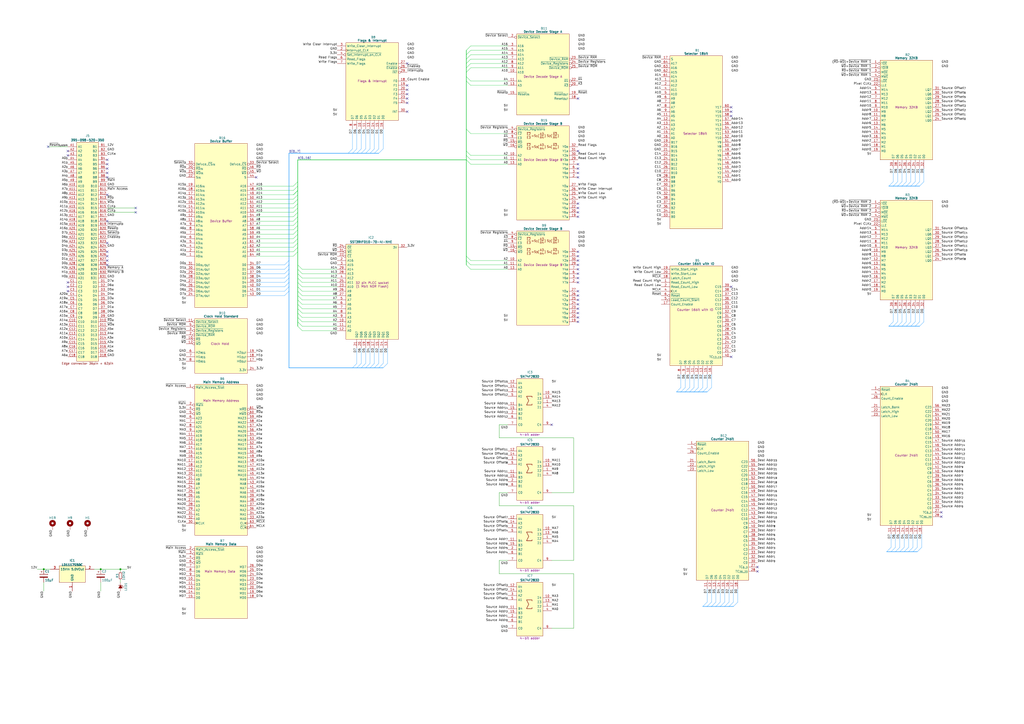
<source format=kicad_sch>
(kicad_sch (version 20231120) (generator "eeschema") (generator_version "8.0")
  (paper "A2")
  (title_block (title "Graphics Board") (date "2024-08-31") (rev "V0"))
  (lib_symbols
    (symbol "EDAC:395-098-520-350" (pin_names (offset 0.762))
      (property "Reference" "J" (at 11.43 6.35 0))
      (property "Value" "395-098-520-350" (at 11.43 3.81 0))
      (symbol "395-098-520-350_0_0"
        (pin passive line (at 22.86 0 180) (length 5.08) (name "A1") (number "A1"))
        (pin passive line (at 22.86 -22.86 180) (length 5.08) (name "A10") (number "A10"))
        (pin passive line (at 22.86 -25.4 180) (length 5.08) (name "A11") (number "A11"))
        (pin passive line (at 22.86 -27.94 180) (length 5.08) (name "A12") (number "A12"))
        (pin passive line (at 22.86 -30.48 180) (length 5.08) (name "A13") (number "A13"))
        (pin passive line (at 22.86 -33.02 180) (length 5.08) (name "A14") (number "A14"))
        (pin passive line (at 22.86 -35.56 180) (length 5.08) (name "A15") (number "A15"))
        (pin passive line (at 22.86 -38.1 180) (length 5.08) (name "A16") (number "A16"))
        (pin passive line (at 22.86 -40.64 180) (length 5.08) (name "A17") (number "A17"))
        (pin passive line (at 22.86 -43.18 180) (length 5.08) (name "A18") (number "A18"))
        (pin passive line (at 22.86 -45.72 180) (length 5.08) (name "A19") (number "A19"))
        (pin passive line (at 22.86 -2.54 180) (length 5.08) (name "A2") (number "A2"))
        (pin passive line (at 22.86 -48.26 180) (length 5.08) (name "A20") (number "A20"))
        (pin passive line (at 22.86 -50.8 180) (length 5.08) (name "A21") (number "A21"))
        (pin passive line (at 22.86 -53.34 180) (length 5.08) (name "A22") (number "A22"))
        (pin passive line (at 22.86 -55.88 180) (length 5.08) (name "A23") (number "A23"))
        (pin passive line (at 22.86 -58.42 180) (length 5.08) (name "A24") (number "A24"))
        (pin passive line (at 22.86 -60.96 180) (length 5.08) (name "A25") (number "A25"))
        (pin passive line (at 22.86 -63.5 180) (length 5.08) (name "A26") (number "A26"))
        (pin passive line (at 22.86 -66.04 180) (length 5.08) (name "A27") (number "A27"))
        (pin passive line (at 22.86 -68.58 180) (length 5.08) (name "A28") (number "A28"))
        (pin passive line (at 22.86 -71.12 180) (length 5.08) (name "A29") (number "A29"))
        (pin passive line (at 22.86 -5.08 180) (length 5.08) (name "A3") (number "A3"))
        (pin passive line (at 22.86 -73.66 180) (length 5.08) (name "A30") (number "A30"))
        (pin passive line (at 22.86 -76.2 180) (length 5.08) (name "A31") (number "A31"))
        (pin passive line (at 22.86 -7.62 180) (length 5.08) (name "A4") (number "A4"))
        (pin passive line (at 22.86 -10.16 180) (length 5.08) (name "A5") (number "A5"))
        (pin passive line (at 22.86 -12.7 180) (length 5.08) (name "A6") (number "A6"))
        (pin passive line (at 22.86 -15.24 180) (length 5.08) (name "A7") (number "A7"))
        (pin passive line (at 22.86 -17.78 180) (length 5.08) (name "A8") (number "A8"))
        (pin passive line (at 22.86 -20.32 180) (length 5.08) (name "A9") (number "A9"))
        (pin passive line (at 0 0 0) (length 5.08) (name "B1") (number "B1"))
        (pin passive line (at 0 -22.86 0) (length 5.08) (name "B10") (number "B10"))
        (pin passive line (at 0 -25.4 0) (length 5.08) (name "B11") (number "B11"))
        (pin passive line (at 0 -27.94 0) (length 5.08) (name "B12") (number "B12"))
        (pin passive line (at 0 -30.48 0) (length 5.08) (name "B13") (number "B13"))
        (pin passive line (at 0 -33.02 0) (length 5.08) (name "B14") (number "B14"))
        (pin passive line (at 0 -35.56 0) (length 5.08) (name "B15") (number "B15"))
        (pin passive line (at 0 -38.1 0) (length 5.08) (name "B16") (number "B16"))
        (pin passive line (at 0 -40.64 0) (length 5.08) (name "B17") (number "B17"))
        (pin passive line (at 0 -43.18 0) (length 5.08) (name "B18") (number "B18"))
        (pin passive line (at 0 -45.72 0) (length 5.08) (name "B19") (number "B19"))
        (pin passive line (at 0 -2.54 0) (length 5.08) (name "B2") (number "B2"))
        (pin passive line (at 0 -48.26 0) (length 5.08) (name "B20") (number "B20"))
        (pin passive line (at 0 -50.8 0) (length 5.08) (name "B21") (number "B21"))
        (pin passive line (at 0 -53.34 0) (length 5.08) (name "B22") (number "B22"))
        (pin passive line (at 0 -55.88 0) (length 5.08) (name "B23") (number "B23"))
        (pin passive line (at 0 -58.42 0) (length 5.08) (name "B24") (number "B24"))
        (pin passive line (at 0 -60.96 0) (length 5.08) (name "B25") (number "B25"))
        (pin passive line (at 0 -63.5 0) (length 5.08) (name "B26") (number "B26"))
        (pin passive line (at 0 -66.04 0) (length 5.08) (name "B27") (number "B27"))
        (pin passive line (at 0 -68.58 0) (length 5.08) (name "B28") (number "B28"))
        (pin passive line (at 0 -71.12 0) (length 5.08) (name "B29") (number "B29"))
        (pin passive line (at 0 -5.08 0) (length 5.08) (name "B3") (number "B3"))
        (pin passive line (at 0 -73.66 0) (length 5.08) (name "B30") (number "B30"))
        (pin passive line (at 0 -76.2 0) (length 5.08) (name "B31") (number "B31"))
        (pin passive line (at 0 -7.62 0) (length 5.08) (name "B4") (number "B4"))
        (pin passive line (at 0 -10.16 0) (length 5.08) (name "B5") (number "B5"))
        (pin passive line (at 0 -12.7 0) (length 5.08) (name "B6") (number "B6"))
        (pin passive line (at 0 -15.24 0) (length 5.08) (name "B7") (number "B7"))
        (pin passive line (at 0 -17.78 0) (length 5.08) (name "B8") (number "B8"))
        (pin passive line (at 0 -20.32 0) (length 5.08) (name "B9") (number "B9"))
        (pin passive line (at 22.86 -78.74 180) (length 5.08) (name "C1") (number "C1"))
        (pin passive line (at 22.86 -101.6 180) (length 5.08) (name "C10") (number "C10"))
        (pin passive line (at 22.86 -104.14 180) (length 5.08) (name "C11") (number "C11"))
        (pin passive line (at 22.86 -106.68 180) (length 5.08) (name "C12") (number "C12"))
        (pin passive line (at 22.86 -109.22 180) (length 5.08) (name "C13") (number "C13"))
        (pin passive line (at 22.86 -111.76 180) (length 5.08) (name "C14") (number "C14"))
        (pin passive line (at 22.86 -114.3 180) (length 5.08) (name "C15") (number "C15"))
        (pin passive line (at 22.86 -116.84 180) (length 5.08) (name "C16") (number "C16"))
        (pin passive line (at 22.86 -119.38 180) (length 5.08) (name "C17") (number "C17"))
        (pin passive line (at 22.86 -121.92 180) (length 5.08) (name "C18") (number "C18"))
        (pin passive line (at 22.86 -81.28 180) (length 5.08) (name "C2") (number "C2"))
        (pin passive line (at 22.86 -83.82 180) (length 5.08) (name "C3") (number "C3"))
        (pin passive line (at 22.86 -86.36 180) (length 5.08) (name "C4") (number "C4"))
        (pin passive line (at 22.86 -88.9 180) (length 5.08) (name "C5") (number "C5"))
        (pin passive line (at 22.86 -91.44 180) (length 5.08) (name "C6") (number "C6"))
        (pin passive line (at 22.86 -93.98 180) (length 5.08) (name "C7") (number "C7"))
        (pin passive line (at 22.86 -96.52 180) (length 5.08) (name "C8") (number "C8"))
        (pin passive line (at 22.86 -99.06 180) (length 5.08) (name "C9") (number "C9"))
        (pin passive line (at 0 -78.74 0) (length 5.08) (name "D1") (number "D1"))
        (pin passive line (at 0 -101.6 0) (length 5.08) (name "D10") (number "D10"))
        (pin passive line (at 0 -104.14 0) (length 5.08) (name "D11") (number "D11"))
        (pin passive line (at 0 -106.68 0) (length 5.08) (name "D12") (number "D12"))
        (pin passive line (at 0 -109.22 0) (length 5.08) (name "D13") (number "D13"))
        (pin passive line (at 0 -111.76 0) (length 5.08) (name "D14") (number "D14"))
        (pin passive line (at 0 -114.3 0) (length 5.08) (name "D15") (number "D15"))
        (pin passive line (at 0 -116.84 0) (length 5.08) (name "D16") (number "D16"))
        (pin passive line (at 0 -119.38 0) (length 5.08) (name "D17") (number "D17"))
        (pin passive line (at 0 -121.92 0) (length 5.08) (name "D18") (number "D18"))
        (pin passive line (at 0 -81.28 0) (length 5.08) (name "D2") (number "D2"))
        (pin passive line (at 0 -83.82 0) (length 5.08) (name "D3") (number "D3"))
        (pin passive line (at 0 -86.36 0) (length 5.08) (name "D4") (number "D4"))
        (pin passive line (at 0 -88.9 0) (length 5.08) (name "D5") (number "D5"))
        (pin passive line (at 0 -91.44 0) (length 5.08) (name "D6") (number "D6"))
        (pin passive line (at 0 -93.98 0) (length 5.08) (name "D7") (number "D7"))
        (pin passive line (at 0 -96.52 0) (length 5.08) (name "D8") (number "D8"))
        (pin passive line (at 0 -99.06 0) (length 5.08) (name "D9") (number "D9"))
      )
      (symbol "395-098-520-350_1_1"
        (text "Edge connector 36pin + 62pin" (at 11.43 -125.73 0) (effects (font (size 1.27 1.27))))
      )
    )
    (symbol "HCP65:C_Radial_D4.0mm_P2.00mm" (pin_numbers hide) (pin_names (offset 0.254))
      (property "Reference" "C" (at 0.635 2.54 0))
      (property "Value" "?μF" (at 0.635 -2.54 0))
      (symbol "C_Radial_D4.0mm_P2.00mm_1_1"
        (pin passive line (at 0 3.81 270) (length 2.794) (name "~") (number "1"))
        (pin passive line (at 0 -3.81 90) (length 2.794) (name "~") (number "2"))
      )
    )
    (symbol "HCP65:Clock_Hold_Standard"
      (property "Reference" "B" (at 15.875 5.08 0))
      (property "Value" "Clock Hold Standard" (at 15.24 3.175 0))
      (property "Description" "Clock Hold" (at 14.605 -12.7 0))
      (symbol "Clock_Hold_Standard_1_1"
        (pin passive line (at -5.08 -25.4 0) (length 5.08) hide (name "5V") (number "1"))
        (pin input inverted (at -5.08 -10.16 0) (length 5.08) (name "~{RD}") (number "10"))
        (pin input inverted (at -5.08 0 0) (length 5.08) (name "~{Device_Select}") (number "11"))
        (pin input inverted (at -5.08 -12.7 0) (length 5.08) (name "~{WD}") (number "12"))
        (pin passive line (at -5.08 -27.94 0) (length 5.08) hide (name "5V") (number "13"))
        (pin no_connect line (at -5.08 -15.24 0) (length 5.08) hide (name "N.C.") (number "14"))
        (pin no_connect line (at 35.56 -25.4 180) (length 5.08) hide (name "N.C.") (number "15"))
        (pin passive line (at 35.56 -5.08 180) (length 5.08) hide (name "GND") (number "16"))
        (pin output line (at 35.56 -22.86 180) (length 5.08) (name "H0_{OUT}") (number "17"))
        (pin output line (at 35.56 -20.32 180) (length 5.08) (name "H1_{OUT}") (number "18"))
        (pin output line (at 35.56 -17.78 180) (length 5.08) (name "H2_{OUT}") (number "19"))
        (pin input inverted (at -5.08 -7.62 0) (length 5.08) (name "~{Device_RAM}") (number "2"))
        (pin no_connect line (at 35.56 -12.7 180) (length 5.08) hide (name "N.C.") (number "20"))
        (pin passive line (at 35.56 -7.62 180) (length 5.08) hide (name "GND") (number "21"))
        (pin no_connect line (at 35.56 -10.16 180) (length 5.08) hide (name "N.C.") (number "22"))
        (pin no_connect line (at 35.56 -15.24 180) (length 5.08) hide (name "N.C.") (number "23"))
        (pin passive line (at 35.56 -27.94 180) (length 5.08) (name "3.3V") (number "24"))
        (pin input inverted (at -5.08 -5.08 0) (length 5.08) (name "~{Device_Registers}") (number "3"))
        (pin passive line (at 35.56 0 180) (length 5.08) hide (name "GND") (number "4"))
        (pin input inverted (at -5.08 -2.54 0) (length 5.08) (name "~{Device_ROM}") (number "5"))
        (pin input line (at -5.08 -17.78 0) (length 5.08) (name "H2_{REG}") (number "6"))
        (pin input line (at -5.08 -20.32 0) (length 5.08) (name "H1_{REG}") (number "7"))
        (pin input line (at -5.08 -22.86 0) (length 5.08) (name "H0_{REG}") (number "8"))
        (pin passive line (at 35.56 -2.54 180) (length 5.08) hide (name "GND") (number "9"))
      )
    )
    (symbol "HCP65:Counter_16bit_with_IO"
      (property "Reference" "B" (at 15.875 5.08 0))
      (property "Value" "Counter 16bit with IO" (at 15.24 3.175 0))
      (property "Description" "Counter 16bit with IO" (at 14.605 -23.495 0))
      (symbol "Counter_16bit_with_IO_1_0"
        (pin output line (at 35.56 -25.4 180) (length 5.08) (name "C9") (number "32"))
        (pin output line (at 35.56 -22.86 180) (length 5.08) (name "C10") (number "33"))
        (pin passive line (at 35.56 -7.62 180) (length 5.08) hide (name "GND") (number "34"))
        (pin output line (at 35.56 -20.32 180) (length 5.08) (name "C11") (number "35"))
        (pin output line (at 35.56 -17.78 180) (length 5.08) (name "C12") (number "36"))
        (pin output line (at 35.56 -15.24 180) (length 5.08) (name "C13") (number "37"))
        (pin output line (at 35.56 -12.7 180) (length 5.08) (name "C14") (number "38"))
        (pin output line (at 35.56 -10.16 180) (length 5.08) (name "C15") (number "39"))
      )
      (symbol "Counter_16bit_with_IO_1_1"
        (pin input line (at -5.08 -7.62 0) (length 5.08) (name "Read_Count_High") (number "1"))
        (pin tri_state line (at 11.43 -60.96 90) (length 5.08) (name "D5") (number "10"))
        (pin tri_state line (at 13.97 -60.96 90) (length 5.08) (name "D4") (number "11"))
        (pin tri_state line (at 16.51 -60.96 90) (length 5.08) (name "D3") (number "12"))
        (pin tri_state line (at 19.05 -60.96 90) (length 5.08) (name "D2") (number "13"))
        (pin passive line (at 35.56 -2.54 180) (length 5.08) hide (name "GND") (number "14"))
        (pin tri_state line (at 21.59 -60.96 90) (length 5.08) (name "D1") (number "15"))
        (pin tri_state line (at 24.13 -60.96 90) (length 5.08) (name "D0") (number "16"))
        (pin input line (at -5.08 -20.32 0) (length 5.08) (name "Count_Enable") (number "17"))
        (pin input line (at -5.08 -5.08 0) (length 5.08) (name "Latch_Count") (number "18"))
        (pin input line (at -5.08 0 0) (length 5.08) (name "Write_Start_High") (number "19"))
        (pin input line (at -5.08 -10.16 0) (length 5.08) (name "Read_Count_Low") (number "2"))
        (pin input line (at -5.08 -2.54 0) (length 5.08) (name "Write_Start_Low") (number "20"))
        (pin output line (at 35.56 -48.26 180) (length 5.08) (name "C0") (number "21"))
        (pin output line (at 35.56 -45.72 180) (length 5.08) (name "C1") (number "22"))
        (pin passive line (at -5.08 -53.34 0) (length 5.08) hide (name "5V") (number "23"))
        (pin output line (at 35.56 -43.18 180) (length 5.08) (name "C2") (number "24"))
        (pin output line (at 35.56 -40.64 180) (length 5.08) (name "C3") (number "25"))
        (pin output line (at 35.56 -38.1 180) (length 5.08) (name "C4") (number "26"))
        (pin passive line (at 35.56 -5.08 180) (length 5.08) hide (name "GND") (number "27"))
        (pin output line (at 35.56 -35.56 180) (length 5.08) (name "C5") (number "28"))
        (pin output line (at 35.56 -33.02 180) (length 5.08) (name "C6") (number "29"))
        (pin passive line (at -5.08 -50.8 0) (length 5.08) hide (name "5V") (number "3"))
        (pin output line (at 35.56 -30.48 180) (length 5.08) (name "C7") (number "30"))
        (pin output line (at 35.56 -27.94 180) (length 5.08) (name "C8") (number "31"))
        (pin input clock (at -5.08 -12.7 0) (length 5.08) (name "CLK") (number "4"))
        (pin output line (at 35.56 -50.8 180) (length 5.08) (name "TC_{12..15}") (number "40"))
        (pin input inverted (at -5.08 -17.78 0) (length 5.08) (name "~{Load_Count_Start}") (number "5"))
        (pin input inverted (at -5.08 -15.24 0) (length 5.08) (name "~{Reset}") (number "6"))
        (pin passive line (at 35.56 0 180) (length 5.08) hide (name "GND") (number "7"))
        (pin tri_state line (at 6.35 -60.96 90) (length 5.08) (name "D7") (number "8"))
        (pin tri_state line (at 8.89 -60.96 90) (length 5.08) (name "D6") (number "9"))
      )
    )
    (symbol "HCP65:Counter_24bit"
      (property "Reference" "B" (at 15.875 5.08 0))
      (property "Value" "Counter 24bit" (at 15.24 3.175 0))
      (property "Description" "Counter 24bit" (at 15.24 -38.1 0))
      (symbol "Counter_24bit_1_0"
        (pin output line (at 35.56 -66.04 180) (length 5.08) (name "C1") (number "32"))
        (pin output line (at 35.56 -63.5 180) (length 5.08) (name "C2") (number "33"))
        (pin output line (at 35.56 -60.96 180) (length 5.08) (name "C3") (number "34"))
        (pin output line (at 35.56 -55.88 180) (length 5.08) (name "C5") (number "36"))
        (pin passive line (at 35.56 -7.62 180) (length 5.08) hide (name "GND") (number "37"))
        (pin output line (at 35.56 -53.34 180) (length 5.08) (name "C6") (number "38"))
        (pin output line (at 35.56 -50.8 180) (length 5.08) (name "C7") (number "39"))
        (pin output line (at 35.56 -35.56 180) (length 5.08) (name "C13") (number "45"))
        (pin output line (at 35.56 -15.24 180) (length 5.08) (name "C21") (number "54"))
        (pin output line (at 35.56 -12.7 180) (length 5.08) (name "C22") (number "55"))
        (pin output line (at 35.56 -10.16 180) (length 5.08) (name "C23") (number "56"))
      )
      (symbol "Counter_24bit_1_1"
        (pin input inverted (at -5.08 0 0) (length 5.08) (name "~{Reset}") (number "1"))
        (pin no_connect line (at -5.08 -60.96 0) (length 5.08) hide (name "N.C.") (number "10"))
        (pin tri_state line (at 6.35 -83.82 90) (length 5.08) (name "D7") (number "11"))
        (pin tri_state line (at 8.89 -83.82 90) (length 5.08) (name "D6") (number "12"))
        (pin tri_state line (at 11.43 -83.82 90) (length 5.08) (name "D5") (number "13"))
        (pin tri_state line (at 13.97 -83.82 90) (length 5.08) (name "D4") (number "14"))
        (pin tri_state line (at 16.51 -83.82 90) (length 5.08) (name "D3") (number "15"))
        (pin tri_state line (at 19.05 -83.82 90) (length 5.08) (name "D2") (number "16"))
        (pin tri_state line (at 21.59 -83.82 90) (length 5.08) (name "D1") (number "17"))
        (pin tri_state line (at 24.13 -83.82 90) (length 5.08) (name "D0") (number "18"))
        (pin no_connect line (at -5.08 -63.5 0) (length 5.08) hide (name "N.C.") (number "19"))
        (pin no_connect line (at -5.08 -48.26 0) (length 5.08) hide (name "N.C.") (number "2"))
        (pin passive line (at 35.56 -2.54 180) (length 5.08) hide (name "GND") (number "20"))
        (pin input line (at -5.08 -10.16 0) (length 5.08) (name "Latch_Bank") (number "21"))
        (pin input line (at -5.08 -12.7 0) (length 5.08) (name "Latch_High") (number "22"))
        (pin input line (at -5.08 -15.24 0) (length 5.08) (name "Latch_Low") (number "23"))
        (pin no_connect line (at -5.08 -66.04 0) (length 5.08) hide (name "N.C.") (number "24"))
        (pin no_connect line (at -5.08 -68.58 0) (length 5.08) hide (name "N.C.") (number "25"))
        (pin input line (at -5.08 -5.08 0) (length 5.08) (name "Count_Enable") (number "26"))
        (pin output line (at 35.56 -71.12 180) (length 5.08) (name "TC_{0..3}") (number "27"))
        (pin output line (at 35.56 -73.66 180) (length 5.08) (name "TC_{20..23}") (number "28"))
        (pin no_connect line (at -5.08 -71.12 0) (length 5.08) hide (name "N.C.") (number "29"))
        (pin passive line (at -5.08 -73.66 0) (length 5.08) hide (name "5V") (number "3"))
        (pin output line (at 35.56 -68.58 180) (length 5.08) (name "C0") (number "30"))
        (pin passive line (at -5.08 -76.2 0) (length 5.08) hide (name "5V") (number "31"))
        (pin output line (at 35.56 -58.42 180) (length 5.08) (name "C4") (number "35"))
        (pin input clock (at -5.08 -2.54 0) (length 5.08) (name "CLK") (number "4"))
        (pin output line (at 35.56 -48.26 180) (length 5.08) (name "C8") (number "40"))
        (pin output line (at 35.56 -45.72 180) (length 5.08) (name "C9") (number "41"))
        (pin output line (at 35.56 -43.18 180) (length 5.08) (name "C10") (number "42"))
        (pin output line (at 35.56 -40.64 180) (length 5.08) (name "C11") (number "43"))
        (pin output line (at 35.56 -38.1 180) (length 5.08) (name "C12") (number "44"))
        (pin output line (at 35.56 -33.02 180) (length 5.08) (name "C14") (number "46"))
        (pin output line (at 35.56 -30.48 180) (length 5.08) (name "C15") (number "47"))
        (pin passive line (at 35.56 -5.08 180) (length 5.08) hide (name "GND") (number "48"))
        (pin output line (at 35.56 -27.94 180) (length 5.08) (name "C16") (number "49"))
        (pin no_connect line (at -5.08 -50.8 0) (length 5.08) hide (name "N.C.") (number "5"))
        (pin output line (at 35.56 -25.4 180) (length 5.08) (name "C17") (number "50"))
        (pin output line (at 35.56 -22.86 180) (length 5.08) (name "C18") (number "51"))
        (pin output line (at 35.56 -20.32 180) (length 5.08) (name "C19") (number "52"))
        (pin output line (at 35.56 -17.78 180) (length 5.08) (name "C20") (number "53"))
        (pin no_connect line (at -5.08 -53.34 0) (length 5.08) hide (name "N.C.") (number "6"))
        (pin no_connect line (at -5.08 -55.88 0) (length 5.08) hide (name "N.C.") (number "7"))
        (pin no_connect line (at -5.08 -58.42 0) (length 5.08) hide (name "N.C.") (number "8"))
        (pin passive line (at 35.56 0 180) (length 5.08) hide (name "GND") (number "9"))
      )
    )
    (symbol "HCP65:Device_Buffer"
      (property "Reference" "B" (at 15.875 5.08 0))
      (property "Value" "Device Buffer" (at 15.24 3.175 0))
      (property "Description" "Device Buffer" (at 15.24 -43.18 0))
      (symbol "Device_Buffer_1_0"
        (pin passive line (at 35.56 -5.08 180) (length 5.08) hide (name "GND") (number "42"))
        (pin output line (at 35.56 -38.1 180) (length 5.08) (name "A10") (number "53"))
        (pin output line (at 35.56 -40.64 180) (length 5.08) (name "A9") (number "54"))
      )
      (symbol "Device_Buffer_1_1"
        (pin input line (at -5.08 -63.5 0) (length 5.08) (name "A0_{IN}") (number "1"))
        (pin passive line (at 35.56 0 180) (length 5.08) hide (name "GND") (number "10"))
        (pin input line (at -5.08 -43.18 0) (length 5.08) (name "A8_{IN}") (number "11"))
        (pin input line (at -5.08 -40.64 0) (length 5.08) (name "A9_{IN}") (number "12"))
        (pin input line (at -5.08 -38.1 0) (length 5.08) (name "A10_{IN}") (number "13"))
        (pin input line (at -5.08 -35.56 0) (length 5.08) (name "A11_{IN}") (number "14"))
        (pin input line (at -5.08 -33.02 0) (length 5.08) (name "A12_{IN}") (number "15"))
        (pin input line (at -5.08 -30.48 0) (length 5.08) (name "A13_{IN}") (number "16"))
        (pin input line (at -5.08 -27.94 0) (length 5.08) (name "A14_{IN}") (number "17"))
        (pin input line (at -5.08 -25.4 0) (length 5.08) (name "A15_{IN}") (number "18"))
        (pin input line (at -5.08 -22.86 0) (length 5.08) (name "A16_{IN}") (number "19"))
        (pin input line (at -5.08 -60.96 0) (length 5.08) (name "A1_{IN}") (number "2"))
        (pin input inverted (at -5.08 -12.7 0) (length 5.08) (name "~{RD}_{IN}") (number "20"))
        (pin input inverted (at -5.08 -15.24 0) (length 5.08) (name "~{WD}_{IN}") (number "21"))
        (pin input line (at -5.08 -17.78 0) (length 5.08) (name "S_{IN}") (number "22"))
        (pin passive line (at 35.56 -2.54 180) (length 5.08) hide (name "GND") (number "23"))
        (pin tri_state line (at -5.08 -86.36 0) (length 5.08) (name "D7_{IN/OUT}") (number "24"))
        (pin tri_state line (at -5.08 -83.82 0) (length 5.08) (name "D6_{IN/OUT}") (number "25"))
        (pin tri_state line (at -5.08 -81.28 0) (length 5.08) (name "D5_{IN/OUT}") (number "26"))
        (pin tri_state line (at -5.08 -78.74 0) (length 5.08) (name "D4_{IN/OUT}") (number "27"))
        (pin tri_state line (at -5.08 -76.2 0) (length 5.08) (name "D3_{IN/OUT}") (number "28"))
        (pin tri_state line (at -5.08 -73.66 0) (length 5.08) (name "D2_{IN/OUT}") (number "29"))
        (pin passive line (at -5.08 -88.9 0) (length 5.08) hide (name "5V") (number "3"))
        (pin tri_state line (at -5.08 -71.12 0) (length 5.08) (name "D1_{IN/OUT}") (number "30"))
        (pin tri_state line (at -5.08 -68.58 0) (length 5.08) (name "D0_{IN/OUT}") (number "31"))
        (pin input inverted (at -5.08 -10.16 0) (length 5.08) (name "Deivce_~{CS}_{IN}") (number "32"))
        (pin output inverted (at 35.56 -10.16 180) (length 5.08) (name "Deivce_~{CS}") (number "33"))
        (pin tri_state line (at 35.56 -68.58 180) (length 5.08) (name "D0") (number "34"))
        (pin passive line (at -5.08 -91.44 0) (length 5.08) hide (name "5V") (number "35"))
        (pin tri_state line (at 35.56 -71.12 180) (length 5.08) (name "D1") (number "36"))
        (pin tri_state line (at 35.56 -73.66 180) (length 5.08) (name "D2") (number "37"))
        (pin tri_state line (at 35.56 -76.2 180) (length 5.08) (name "D3") (number "38"))
        (pin tri_state line (at 35.56 -78.74 180) (length 5.08) (name "D4") (number "39"))
        (pin input line (at -5.08 -58.42 0) (length 5.08) (name "A2_{IN}") (number "4"))
        (pin tri_state line (at 35.56 -81.28 180) (length 5.08) (name "D5") (number "40"))
        (pin tri_state line (at 35.56 -83.82 180) (length 5.08) (name "D6") (number "41"))
        (pin tri_state line (at 35.56 -86.36 180) (length 5.08) (name "D7") (number "43"))
        (pin output line (at 35.56 -17.78 180) (length 5.08) (name "S") (number "44"))
        (pin output inverted (at 35.56 -15.24 180) (length 5.08) (name "~{WD}") (number "45"))
        (pin output inverted (at 35.56 -12.7 180) (length 5.08) (name "~{RD}") (number "46"))
        (pin output line (at 35.56 -22.86 180) (length 5.08) (name "A16") (number "47"))
        (pin output line (at 35.56 -25.4 180) (length 5.08) (name "A15") (number "48"))
        (pin output line (at 35.56 -27.94 180) (length 5.08) (name "A14") (number "49"))
        (pin input line (at -5.08 -55.88 0) (length 5.08) (name "A3_{IN}") (number "5"))
        (pin output line (at 35.56 -30.48 180) (length 5.08) (name "A13") (number "50"))
        (pin output line (at 35.56 -33.02 180) (length 5.08) (name "A12") (number "51"))
        (pin output line (at 35.56 -35.56 180) (length 5.08) (name "A11") (number "52"))
        (pin passive line (at 35.56 -7.62 180) (length 5.08) hide (name "GND") (number "55"))
        (pin output line (at 35.56 -43.18 180) (length 5.08) (name "A8") (number "56"))
        (pin output line (at 35.56 -45.72 180) (length 5.08) (name "A7") (number "57"))
        (pin output line (at 35.56 -48.26 180) (length 5.08) (name "A6") (number "58"))
        (pin output line (at 35.56 -50.8 180) (length 5.08) (name "A5") (number "59"))
        (pin input line (at -5.08 -53.34 0) (length 5.08) (name "A4_{IN}") (number "6"))
        (pin output line (at 35.56 -53.34 180) (length 5.08) (name "A4") (number "60"))
        (pin output line (at 35.56 -55.88 180) (length 5.08) (name "A3") (number "61"))
        (pin output line (at 35.56 -58.42 180) (length 5.08) (name "A2") (number "62"))
        (pin output line (at 35.56 -60.96 180) (length 5.08) (name "A1") (number "63"))
        (pin output line (at 35.56 -63.5 180) (length 5.08) (name "A0") (number "64"))
        (pin input line (at -5.08 -50.8 0) (length 5.08) (name "A5_{IN}") (number "7"))
        (pin input line (at -5.08 -48.26 0) (length 5.08) (name "A6_{IN}") (number "8"))
        (pin input line (at -5.08 -45.72 0) (length 5.08) (name "A7_{IN}") (number "9"))
      )
    )
    (symbol "HCP65:Device_Decode_Stage_A"
      (property "Reference" "B" (at 15.875 5.08 0))
      (property "Value" "Device Decode Stage A" (at 15.24 3.175 0))
      (property "Description" "Device Decode Stage A" (at 15.24 -22.86 0))
      (symbol "Device_Decode_Stage_A_1_0"
        (pin output line (at 35.56 -35.56 180) (length 5.08) (name "Reset_{OUT}") (number "18"))
        (pin output line (at 35.56 -33.02 180) (length 5.08) (name "~{Reset}_{OUT}") (number "19"))
        (pin output inverted (at 35.56 -27.94 180) (length 5.08) (name "~{A3}") (number "20"))
        (pin passive line (at 35.56 -7.62 180) (length 5.08) hide (name "GND") (number "28"))
      )
      (symbol "Device_Decode_Stage_A_1_1"
        (pin passive line (at -5.08 -40.64 0) (length 5.08) hide (name "5V") (number "1"))
        (pin input line (at -5.08 -20.32 0) (length 5.08) (name "A10") (number "10"))
        (pin input line (at -5.08 -25.4 0) (length 5.08) (name "A4") (number "11"))
        (pin passive line (at 35.56 -2.54 180) (length 5.08) hide (name "GND") (number "12"))
        (pin input line (at -5.08 -27.94 0) (length 5.08) (name "A3") (number "13"))
        (pin no_connect inverted (at 35.56 -10.16 180) (length 5.08) hide (name "N.C.") (number "14"))
        (pin input line (at -5.08 -33.02 0) (length 5.08) (name "~{Reset}_{IN}") (number "15"))
        (pin no_connect inverted (at 35.56 -20.32 180) (length 5.08) hide (name "N.C.") (number "16"))
        (pin passive line (at -5.08 -43.18 0) (length 5.08) hide (name "5V") (number "17"))
        (pin input inverted (at -5.08 0 0) (length 5.08) (name "~{Device_Select}") (number "2"))
        (pin passive line (at 35.56 -5.08 180) (length 5.08) hide (name "GND") (number "21"))
        (pin output inverted (at 35.56 -25.4 180) (length 5.08) (name "~{A4}") (number "22"))
        (pin output inverted (at 35.56 -12.7 180) (length 5.08) (name "~{Device_RAM}") (number "23"))
        (pin output inverted (at 35.56 -15.24 180) (length 5.08) (name "~{Device_Registers}") (number "24"))
        (pin output inverted (at 35.56 -17.78 180) (length 5.08) (name "~{Device_ROM}") (number "25"))
        (pin no_connect inverted (at -5.08 -30.48 0) (length 5.08) hide (name "N.C.") (number "26"))
        (pin no_connect inverted (at 35.56 -30.48 180) (length 5.08) hide (name "N.C.") (number "27"))
        (pin no_connect inverted (at -5.08 -35.56 0) (length 5.08) hide (name "N.C.") (number "29"))
        (pin input line (at -5.08 -5.08 0) (length 5.08) (name "A16") (number "3"))
        (pin no_connect inverted (at 35.56 -40.64 180) (length 5.08) hide (name "N.C.") (number "30"))
        (pin no_connect inverted (at 35.56 -38.1 180) (length 5.08) hide (name "N.C.") (number "31"))
        (pin no_connect inverted (at 35.56 -43.18 180) (length 5.08) hide (name "N.C.") (number "32"))
        (pin input line (at -5.08 -7.62 0) (length 5.08) (name "A15") (number "4"))
        (pin passive line (at 35.56 0 180) (length 5.08) hide (name "GND") (number "5"))
        (pin input line (at -5.08 -10.16 0) (length 5.08) (name "A14") (number "6"))
        (pin input line (at -5.08 -12.7 0) (length 5.08) (name "A13") (number "7"))
        (pin input line (at -5.08 -15.24 0) (length 5.08) (name "A12") (number "8"))
        (pin input line (at -5.08 -17.78 0) (length 5.08) (name "A11") (number "9"))
      )
    )
    (symbol "HCP65:Device_Decode_Stage_B"
      (property "Reference" "B" (at 15.875 5.08 0))
      (property "Value" "Device Decode Stage B" (at 15.24 3.175 0))
      (property "Description" "Device Decode Stage B" (at 15.24 -17.78 0))
      (symbol "Device_Decode_Stage_B_1_1"
        (text ")" (at 16.51 -10.16 0) (effects (font (size 1.27 1.27))))
        (text ")" (at 16.51 -3.81 0) (effects (font (size 1.27 1.27))))
        (text ")" (at 24.13 -10.16 0) (effects (font (size 1.27 1.27))))
        (text ")" (at 24.13 -3.81 0) (effects (font (size 1.27 1.27))))
        (text "=S_{1}(" (at 10.795 -3.81 0) (effects (font (size 1.27 1.27))))
        (text "=S_{3}(" (at 10.795 -10.16 0) (effects (font (size 1.27 1.27))))
        (text "A3\nA4" (at 14.605 -10.16 0) (effects (font (size 1.27 1.27))))
        (text "A3\n~{A4}" (at 14.605 -3.81 0) (effects (font (size 1.27 1.27))))
        (text "S_{2}(" (at 19.05 -3.81 0) (effects (font (size 1.27 1.27))))
        (text "S_{4}(" (at 19.05 -10.16 0) (effects (font (size 1.27 1.27))))
        (text "~{A3}\nA4" (at 22.225 -10.16 0) (effects (font (size 1.27 1.27))))
        (text "~{A3}\n~{A4}" (at 22.225 -3.81 0) (effects (font (size 1.27 1.27))))
        (text "~{E2}\nE3" (at 6.985 -10.16 0) (effects (font (size 1.27 1.27))))
        (text "~{E2}\nE3" (at 6.985 -3.81 0) (effects (font (size 1.27 1.27))))
        (pin passive line (at -5.08 -48.26 0) (length 5.08) hide (name "5V") (number "1"))
        (pin input line (at -5.08 -15.24 0) (length 5.08) (name "A2") (number "10"))
        (pin input line (at -5.08 -17.78 0) (length 5.08) (name "A1") (number "11"))
        (pin passive line (at 35.56 -2.54 180) (length 5.08) hide (name "GND") (number "12"))
        (pin input line (at -5.08 -20.32 0) (length 5.08) (name "A0") (number "13"))
        (pin no_connect line (at -5.08 -43.18 0) (length 5.08) hide (name "N.C.") (number "14"))
        (pin input inverted (at -5.08 -7.62 0) (length 5.08) (name "~{RD}") (number "15"))
        (pin input inverted (at -5.08 -10.16 0) (length 5.08) (name "~{WD}") (number "16"))
        (pin passive line (at -5.08 -50.8 0) (length 5.08) hide (name "5V") (number "17"))
        (pin no_connect line (at -5.08 -45.72 0) (length 5.08) hide (name "N.C.") (number "18"))
        (pin output line (at 35.56 -50.8 180) (length 5.08) (name "Y7_{W}") (number "19"))
        (pin output line (at 35.56 -27.94 180) (length 5.08) (name "Y7_{R}") (number "2"))
        (pin output line (at 35.56 -48.26 180) (length 5.08) (name "Y6_{W}") (number "20"))
        (pin passive line (at 35.56 -5.08 180) (length 5.08) hide (name "GND") (number "21"))
        (pin output line (at 35.56 -45.72 180) (length 5.08) (name "Y5_{W}") (number "22"))
        (pin output line (at 35.56 -43.18 180) (length 5.08) (name "Y4_{W}") (number "23"))
        (pin output line (at 35.56 -40.64 180) (length 5.08) (name "Y3_{W}") (number "24"))
        (pin output line (at 35.56 -38.1 180) (length 5.08) (name "Y2_{W}") (number "25"))
        (pin output line (at 35.56 -35.56 180) (length 5.08) (name "Y1_{W}") (number "26"))
        (pin output line (at 35.56 -33.02 180) (length 5.08) (name "Y0_{W}") (number "27"))
        (pin passive line (at 35.56 -7.62 180) (length 5.08) hide (name "GND") (number "28"))
        (pin output line (at 35.56 -17.78 180) (length 5.08) (name "Y3_{R}") (number "29"))
        (pin output line (at 35.56 -25.4 180) (length 5.08) (name "Y6_{R}") (number "3"))
        (pin output line (at 35.56 -15.24 180) (length 5.08) (name "Y2_{R}") (number "30"))
        (pin output line (at 35.56 -12.7 180) (length 5.08) (name "Y1_{R}") (number "31"))
        (pin output line (at 35.56 -10.16 180) (length 5.08) (name "Y0_{R}") (number "32"))
        (pin input inverted (at -5.08 0 0) (length 5.08) (name "~{Device_Registers}") (number "4"))
        (pin passive line (at 35.56 0 180) (length 5.08) hide (name "GND") (number "5"))
        (pin output line (at 35.56 -22.86 180) (length 5.08) (name "Y5_{R}") (number "6"))
        (pin output line (at 35.56 -20.32 180) (length 5.08) (name "Y4_{R}") (number "7"))
        (pin input inverted (at -5.08 -2.54 0) (length 5.08) (name "~{E2}") (number "8"))
        (pin input line (at -5.08 -5.08 0) (length 5.08) (name "E3") (number "9"))
      )
    )
    (symbol "HCP65:Flags_Interrupt"
      (property "Reference" "B" (at 15.875 5.08 0))
      (property "Value" "Flags & Interrupt" (at 15.24 3.175 0))
      (property "Description" "Flags & Interrupt" (at 15.24 -20.32 0))
      (symbol "Flags_Interrupt_1_1"
        (pin passive line (at -5.08 -38.1 0) (length 5.08) hide (name "5V") (number "1"))
        (pin input line (at 8.89 -48.26 90) (length 5.08) (name "D5") (number "10"))
        (pin input line (at 11.43 -48.26 90) (length 5.08) (name "D4") (number "11"))
        (pin passive line (at 35.56 -2.54 180) (length 5.08) hide (name "GND") (number "12"))
        (pin input line (at 13.97 -48.26 90) (length 5.08) (name "D3") (number "13"))
        (pin input line (at 16.51 -48.26 90) (length 5.08) (name "D2") (number "14"))
        (pin input line (at 19.05 -48.26 90) (length 5.08) (name "D1") (number "15"))
        (pin input line (at 21.59 -48.26 90) (length 5.08) (name "D0") (number "16"))
        (pin passive line (at -5.08 -40.64 0) (length 5.08) hide (name "5V") (number "17"))
        (pin output line (at 35.56 -20.32 180) (length 5.08) (name "F0") (number "18"))
        (pin output line (at 35.56 -22.86 180) (length 5.08) (name "F1") (number "19"))
        (pin input clock (at -5.08 -2.54 0) (length 5.08) (name "Interrupt_CLK") (number "2"))
        (pin output line (at 35.56 -25.4 180) (length 5.08) (name "F2") (number "20"))
        (pin passive line (at 35.56 -5.08 180) (length 5.08) hide (name "GND") (number "21"))
        (pin output line (at 35.56 -27.94 180) (length 5.08) (name "F3") (number "22"))
        (pin output line (at 35.56 -30.48 180) (length 5.08) (name "F4") (number "23"))
        (pin output line (at 35.56 -33.02 180) (length 5.08) (name "F5") (number "24"))
        (pin no_connect line (at 35.56 -35.56 180) (length 5.08) hide (name "N.C.") (number "25"))
        (pin output inverted (at 35.56 -12.7 180) (length 5.08) (name "~{Enable}") (number "26"))
        (pin output line (at 35.56 -10.16 180) (length 5.08) (name "Enable") (number "27"))
        (pin passive line (at 35.56 -7.62 180) (length 5.08) hide (name "GND") (number "28"))
        (pin output inverted (at 35.56 -15.24 180) (length 5.08) (name "~{INT}") (number "29"))
        (pin input line (at -5.08 0 0) (length 5.08) (name "Write_Clear_Interrupt") (number "3"))
        (pin output line (at 35.56 -38.1 180) (length 5.08) (name "INT") (number "30"))
        (pin no_connect line (at 35.56 -40.64 180) (length 5.08) hide (name "N.C.") (number "31"))
        (pin no_connect line (at 35.56 -17.78 180) (length 5.08) hide (name "N.C.") (number "32"))
        (pin input inverted (at -5.08 -5.08 0) (length 5.08) (name "~{Set_Interrupt_on_CLK}") (number "4"))
        (pin passive line (at 35.56 0 180) (length 5.08) hide (name "GND") (number "5"))
        (pin input line (at -5.08 -7.62 0) (length 5.08) (name "Read_Flags") (number "6"))
        (pin input line (at -5.08 -10.16 0) (length 5.08) (name "Write_Flags") (number "7"))
        (pin input line (at 3.81 -48.26 90) (length 5.08) (name "D7") (number "8"))
        (pin input line (at 6.35 -48.26 90) (length 5.08) (name "D6") (number "9"))
      )
    )
    (symbol "HCP65:LED" (pin_numbers hide) (pin_names (offset 0.254) hide)
      (property "Reference" "LED" (at 0 3.175 0))
      (property "Value" "Colour" (at 0 -2.54 0))
      (symbol "LED_1_1"
        (pin passive line (at -2.54 0 0) (length 1.778) (name "K") (number "1"))
        (pin passive line (at 2.54 0 180) (length 1.778) (name "A") (number "2"))
      )
    )
    (symbol "HCP65:Main_Memory_Address"
      (property "Reference" "B" (at 15.875 5.08 0))
      (property "Value" "Main Memory Address" (at 15.24 3.175 0))
      (property "Description" "Main Memory Address" (at 15.24 -7.62 0))
      (symbol "Main_Memory_Address_1_0"
        (pin input line (at -5.08 -76.2 0) (length 5.08) (name "A0") (number "32"))
        (pin output line (at 35.56 -76.2 180) (length 5.08) (name "MA0") (number "33"))
        (pin output line (at 35.56 -73.66 180) (length 5.08) (name "MA1") (number "34"))
        (pin output line (at 35.56 -71.12 180) (length 5.08) (name "MA2") (number "36"))
        (pin output line (at 35.56 -68.58 180) (length 5.08) (name "MA3") (number "37"))
        (pin output line (at 35.56 -66.04 180) (length 5.08) (name "MA4") (number "38"))
        (pin output line (at 35.56 -63.5 180) (length 5.08) (name "MA5") (number "39"))
        (pin output line (at 35.56 -50.8 180) (length 5.08) (name "MA10") (number "45"))
        (pin output line (at 35.56 -27.94 180) (length 5.08) (name "MA19") (number "54"))
        (pin output line (at 35.56 -25.4 180) (length 5.08) (name "MA20") (number "56"))
        (pin output line (at 35.56 -22.86 180) (length 5.08) (name "MA21") (number "57"))
        (pin output line (at 35.56 -20.32 180) (length 5.08) (name "MA22") (number "58"))
        (pin output line (at 35.56 -17.78 180) (length 5.08) (name "MA23") (number "59"))
        (pin output inverted (at 35.56 -15.24 180) (length 5.08) (name "M~{WD}") (number "60"))
        (pin output inverted (at 35.56 -12.7 180) (length 5.08) (name "M~{RD}") (number "61"))
      )
      (symbol "Main_Memory_Address_1_1"
        (pin input inverted (at -5.08 0 0) (length 5.08) (name "~{Main_Access_Slot}") (number "1"))
        (pin passive line (at 35.56 0 180) (length 5.08) hide (name "GND") (number "10"))
        (pin input line (at -5.08 -27.94 0) (length 5.08) (name "A19") (number "11"))
        (pin input line (at -5.08 -30.48 0) (length 5.08) (name "A18") (number "12"))
        (pin input line (at -5.08 -33.02 0) (length 5.08) (name "A17") (number "13"))
        (pin input line (at -5.08 -35.56 0) (length 5.08) (name "A16") (number "14"))
        (pin input line (at -5.08 -38.1 0) (length 5.08) (name "A15") (number "15"))
        (pin input line (at -5.08 -40.64 0) (length 5.08) (name "A14") (number "16"))
        (pin input line (at -5.08 -43.18 0) (length 5.08) (name "A13") (number "17"))
        (pin input line (at -5.08 -45.72 0) (length 5.08) (name "A12") (number "18"))
        (pin input line (at -5.08 -48.26 0) (length 5.08) (name "A11") (number "19"))
        (pin input inverted (at -5.08 -10.16 0) (length 5.08) (name "~{Main}") (number "2"))
        (pin input line (at -5.08 -50.8 0) (length 5.08) (name "A10") (number "20"))
        (pin input line (at -5.08 -53.34 0) (length 5.08) (name "A9") (number "21"))
        (pin input line (at -5.08 -55.88 0) (length 5.08) (name "A8") (number "22"))
        (pin passive line (at 35.56 -2.54 180) (length 5.08) hide (name "GND") (number "23"))
        (pin input line (at -5.08 -58.42 0) (length 5.08) (name "A7") (number "24"))
        (pin input line (at -5.08 -60.96 0) (length 5.08) (name "A6") (number "25"))
        (pin input line (at -5.08 -63.5 0) (length 5.08) (name "A5") (number "26"))
        (pin input line (at -5.08 -66.04 0) (length 5.08) (name "A4") (number "27"))
        (pin input line (at -5.08 -68.58 0) (length 5.08) (name "A3") (number "28"))
        (pin input line (at -5.08 -71.12 0) (length 5.08) (name "A2") (number "29"))
        (pin passive line (at -5.08 -81.28 0) (length 5.08) hide (name "5V") (number "3"))
        (pin input clock (at -5.08 -78.74 0) (length 5.08) (name "MCLK") (number "30"))
        (pin input line (at -5.08 -73.66 0) (length 5.08) (name "A1") (number "31"))
        (pin passive line (at -5.08 -83.82 0) (length 5.08) hide (name "5V") (number "35"))
        (pin input inverted (at -5.08 -12.7 0) (length 5.08) (name "~{RD}") (number "4"))
        (pin output line (at 35.56 -60.96 180) (length 5.08) (name "MA6") (number "40"))
        (pin output line (at 35.56 -58.42 180) (length 5.08) (name "MA7") (number "41"))
        (pin passive line (at 35.56 -5.08 180) (length 5.08) hide (name "GND") (number "42"))
        (pin output line (at 35.56 -55.88 180) (length 5.08) (name "MA8") (number "43"))
        (pin output line (at 35.56 -53.34 180) (length 5.08) (name "MA9") (number "44"))
        (pin output line (at 35.56 -48.26 180) (length 5.08) (name "MA11") (number "46"))
        (pin output line (at 35.56 -45.72 180) (length 5.08) (name "MA12") (number "47"))
        (pin output line (at 35.56 -43.18 180) (length 5.08) (name "MA13") (number "48"))
        (pin output line (at 35.56 -40.64 180) (length 5.08) (name "MA14") (number "49"))
        (pin input inverted (at -5.08 -15.24 0) (length 5.08) (name "~{WD}") (number "5"))
        (pin output line (at 35.56 -38.1 180) (length 5.08) (name "MA15") (number "50"))
        (pin output line (at 35.56 -35.56 180) (length 5.08) (name "MA16") (number "51"))
        (pin output line (at 35.56 -33.02 180) (length 5.08) (name "MA17") (number "52"))
        (pin output line (at 35.56 -30.48 180) (length 5.08) (name "MA18") (number "53"))
        (pin passive line (at 35.56 -7.62 180) (length 5.08) hide (name "GND") (number "55"))
        (pin input line (at -5.08 -17.78 0) (length 5.08) (name "A23") (number "6"))
        (pin no_connect line (at 35.56 -83.82 180) (length 5.08) hide (name "N.C.") (number "62"))
        (pin output clock (at 35.56 -78.74 180) (length 5.08) (name "CLK") (number "63"))
        (pin output inverted_clock (at 35.56 -81.28 180) (length 5.08) (name "~{CLK}") (number "64"))
        (pin input line (at -5.08 -20.32 0) (length 5.08) (name "A22") (number "7"))
        (pin input line (at -5.08 -22.86 0) (length 5.08) (name "A21") (number "8"))
        (pin input line (at -5.08 -25.4 0) (length 5.08) (name "A20") (number "9"))
      )
    )
    (symbol "HCP65:Main_Memory_Data"
      (property "Reference" "B" (at 15.875 5.08 0))
      (property "Value" "Main Memory Data" (at 15.24 3.175 0))
      (property "Description" "Main Memory Data" (at 14.605 -12.7 0))
      (symbol "Main_Memory_Data_1_0"
        (pin no_connect line (at 35.56 -38.1 180) (length 5.08) hide (name "N.C.") (number "32"))
      )
      (symbol "Main_Memory_Data_1_1"
        (pin passive line (at -5.08 -35.56 0) (length 5.08) hide (name "5V") (number "1"))
        (pin tri_state line (at -5.08 -17.78 0) (length 5.08) (name "D4") (number "10"))
        (pin tri_state line (at -5.08 -20.32 0) (length 5.08) (name "D3") (number "11"))
        (pin passive line (at 35.56 -2.54 180) (length 5.08) hide (name "GND") (number "12"))
        (pin tri_state line (at -5.08 -22.86 0) (length 5.08) (name "D2") (number "13"))
        (pin tri_state line (at -5.08 -25.4 0) (length 5.08) (name "D1") (number "14"))
        (pin tri_state line (at -5.08 -27.94 0) (length 5.08) (name "D0") (number "15"))
        (pin no_connect line (at -5.08 -30.48 0) (length 5.08) hide (name "N.C.") (number "16"))
        (pin passive line (at -5.08 -38.1 0) (length 5.08) hide (name "5V") (number "17"))
        (pin tri_state line (at 35.56 -27.94 180) (length 5.08) (name "MD0") (number "18"))
        (pin tri_state line (at 35.56 -25.4 180) (length 5.08) (name "MD1") (number "19"))
        (pin input inverted (at -5.08 0 0) (length 5.08) (name "~{Main_Access_Slot}") (number "2"))
        (pin tri_state line (at 35.56 -22.86 180) (length 5.08) (name "MD2") (number "20"))
        (pin passive line (at 35.56 -5.08 180) (length 5.08) hide (name "GND") (number "21"))
        (pin tri_state line (at 35.56 -20.32 180) (length 5.08) (name "MD3") (number "22"))
        (pin tri_state line (at 35.56 -17.78 180) (length 5.08) (name "MD4") (number "23"))
        (pin tri_state line (at 35.56 -15.24 180) (length 5.08) (name "MD5") (number "24"))
        (pin tri_state line (at 35.56 -12.7 180) (length 5.08) (name "MD6") (number "25"))
        (pin tri_state line (at 35.56 -10.16 180) (length 5.08) (name "MD7") (number "26"))
        (pin no_connect line (at -5.08 -33.02 0) (length 5.08) hide (name "N.C.") (number "27"))
        (pin passive line (at 35.56 -7.62 180) (length 5.08) hide (name "GND") (number "28"))
        (pin no_connect line (at 35.56 -30.48 180) (length 5.08) hide (name "N.C.") (number "29"))
        (pin input inverted (at -5.08 -2.54 0) (length 5.08) (name "~{Main}") (number "3"))
        (pin no_connect line (at 35.56 -33.02 180) (length 5.08) hide (name "N.C.") (number "30"))
        (pin no_connect line (at 35.56 -35.56 180) (length 5.08) hide (name "N.C.") (number "31"))
        (pin input inverted (at -5.08 -5.08 0) (length 5.08) (name "~{RD}") (number "4"))
        (pin passive line (at 35.56 0 180) (length 5.08) hide (name "GND") (number "5"))
        (pin input inverted (at -5.08 -7.62 0) (length 5.08) (name "~{WD}") (number "6"))
        (pin tri_state line (at -5.08 -10.16 0) (length 5.08) (name "D7") (number "7"))
        (pin tri_state line (at -5.08 -12.7 0) (length 5.08) (name "D6") (number "8"))
        (pin tri_state line (at -5.08 -15.24 0) (length 5.08) (name "D5") (number "9"))
      )
    )
    (symbol "HCP65:Memory_32KB"
      (property "Reference" "B" (at 15.875 5.08 0))
      (property "Value" "Memory 32KB" (at 15.24 3.175 0))
      (property "Description" "Memory 32KB" (at 15.24 -25.4 0))
      (symbol "Memory_32KB_0_0"
        (pin tri_state line (at 25.4 -60.96 90) (length 5.08) (name "D0") (number "32"))
        (pin tri_state line (at 22.86 -60.96 90) (length 5.08) (name "D1") (number "33"))
        (pin tri_state line (at 20.32 -60.96 90) (length 5.08) (name "D2") (number "34"))
        (pin tri_state line (at 17.78 -60.96 90) (length 5.08) (name "D3") (number "35"))
        (pin tri_state line (at 15.24 -60.96 90) (length 5.08) (name "D4") (number "36"))
        (pin tri_state line (at 12.7 -60.96 90) (length 5.08) (name "D5") (number "37"))
        (pin tri_state line (at 10.16 -60.96 90) (length 5.08) (name "D6") (number "38"))
      )
      (symbol "Memory_32KB_1_0"
        (pin tri_state line (at 7.62 -60.96 90) (length 5.08) (name "D7") (number "39"))
      )
      (symbol "Memory_32KB_1_1"
        (pin input inverted (at -5.08 0 0) (length 5.08) (name "T~{OE}") (number "1"))
        (pin input line (at -5.08 -27.94 0) (length 5.08) (name "M9") (number "10"))
        (pin input line (at -5.08 -30.48 0) (length 5.08) (name "M8") (number "11"))
        (pin input line (at -5.08 -33.02 0) (length 5.08) (name "M7") (number "12"))
        (pin input line (at -5.08 -35.56 0) (length 5.08) (name "M6") (number "13"))
        (pin input line (at -5.08 -38.1 0) (length 5.08) (name "M5") (number "14"))
        (pin input line (at -5.08 -40.64 0) (length 5.08) (name "M4") (number "15"))
        (pin input line (at -5.08 -43.18 0) (length 5.08) (name "M3") (number "16"))
        (pin input line (at -5.08 -45.72 0) (length 5.08) (name "M2") (number "17"))
        (pin input line (at -5.08 -48.26 0) (length 5.08) (name "M1") (number "18"))
        (pin input line (at -5.08 -50.8 0) (length 5.08) (name "M0") (number "19"))
        (pin input inverted (at -5.08 -2.54 0) (length 5.08) (name "T~{DIR}") (number "2"))
        (pin passive line (at -5.08 -53.34 0) (length 5.08) hide (name "5V") (number "20"))
        (pin passive line (at 35.56 -2.54 180) (length 5.08) hide (name "GND") (number "21"))
        (pin input inverted (at -5.08 -12.7 0) (length 5.08) (name "LLE") (number "22"))
        (pin input inverted (at -5.08 -10.16 0) (length 5.08) (name "L~{OE}") (number "23"))
        (pin tri_state line (at 35.56 -33.02 180) (length 5.08) (name "LQ0") (number "24"))
        (pin tri_state line (at 35.56 -30.48 180) (length 5.08) (name "LQ1") (number "25"))
        (pin tri_state line (at 35.56 -27.94 180) (length 5.08) (name "LQ2") (number "26"))
        (pin tri_state line (at 35.56 -25.4 180) (length 5.08) (name "LQ3") (number "27"))
        (pin tri_state line (at 35.56 -22.86 180) (length 5.08) (name "LQ4") (number "28"))
        (pin tri_state line (at 35.56 -20.32 180) (length 5.08) (name "LQ5") (number "29"))
        (pin input inverted (at -5.08 -5.08 0) (length 5.08) (name "M~{OE}") (number "3"))
        (pin tri_state line (at 35.56 -17.78 180) (length 5.08) (name "LQ6") (number "30"))
        (pin tri_state line (at 35.56 -15.24 180) (length 5.08) (name "LQ7") (number "31"))
        (pin input inverted (at -5.08 -7.62 0) (length 5.08) (name "M~{WE}") (number "4"))
        (pin passive line (at 35.56 0 180) (length 5.08) hide (name "GND") (number "40"))
        (pin input line (at -5.08 -15.24 0) (length 5.08) (name "M14") (number "5"))
        (pin input line (at -5.08 -17.78 0) (length 5.08) (name "M13") (number "6"))
        (pin input line (at -5.08 -20.32 0) (length 5.08) (name "M12") (number "7"))
        (pin input line (at -5.08 -22.86 0) (length 5.08) (name "M11") (number "8"))
        (pin input line (at -5.08 -25.4 0) (length 5.08) (name "M10") (number "9"))
      )
    )
    (symbol "HCP65:MountingHole_Pad" (pin_numbers hide) (pin_names (offset 1.016) hide)
      (property "Reference" "H" (at 0 4.445 0))
      (symbol "MountingHole_Pad_1_1"
        (pin passive line (at 0 -2.54 90) (length 2.54) (name "GND") (number "1"))
      )
    )
    (symbol "HCP65:R_0805" (pin_numbers hide) (pin_names hide)
      (property "Reference" "R" (at 2.54 1.778 0))
      (property "Value" "?Ω" (at 2.54 -1.905 0))
      (symbol "R_0805_1_1"
        (pin passive line (at 0 0 0) (length 0.72) (name "~") (number "1"))
        (pin passive line (at 5.08 0 180) (length 0.72) (name "~") (number "2"))
      )
    )
    (symbol "Microchip:SST39VF010-70-4I-NHE" (pin_names (offset 0.762))
      (property "Reference" "IC" (at 19.685 5.715 0))
      (property "Value" "SST39VF010-70-4I-NHE" (at 19.685 3.175 0))
      (property "Description" "32 pin PLCC socket\n(1 Mbit NOR Flash)" (at 20.32 -21.59 0))
      (symbol "SST39VF010-70-4I-NHE_1_0"
        (pin passive line (at 0 -50.8 0) (length 5.08) hide (name "GND") (number "16"))
      )
      (symbol "SST39VF010-70-4I-NHE_1_1"
        (pin no_connect line (at 40.64 -5.08 180) (length 5.08) hide (name "N.C.") (number "1"))
        (pin input line (at 0 -43.18 0) (length 5.08) (name "A2") (number "10"))
        (pin input line (at 0 -45.72 0) (length 5.08) (name "A1") (number "11"))
        (pin input line (at 0 -48.26 0) (length 5.08) (name "A0") (number "12"))
        (pin tri_state line (at 29.21 -58.42 90) (length 5.08) (name "DQ0") (number "13"))
        (pin tri_state line (at 26.67 -58.42 90) (length 5.08) (name "DQ1") (number "14"))
        (pin tri_state line (at 24.13 -58.42 90) (length 5.08) (name "DQ2") (number "15"))
        (pin tri_state line (at 21.59 -58.42 90) (length 5.08) (name "DQ3") (number "17"))
        (pin tri_state line (at 19.05 -58.42 90) (length 5.08) (name "DQ4") (number "18"))
        (pin tri_state line (at 16.51 -58.42 90) (length 5.08) (name "DQ5") (number "19"))
        (pin input line (at 0 -7.62 0) (length 5.08) (name "A16") (number "2"))
        (pin tri_state line (at 13.97 -58.42 90) (length 5.08) (name "DQ6") (number "20"))
        (pin tri_state line (at 11.43 -58.42 90) (length 5.08) (name "DQ7") (number "21"))
        (pin input inverted (at 0 -5.08 0) (length 5.08) (name "~{CE}") (number "22"))
        (pin input line (at 0 -22.86 0) (length 5.08) (name "A10") (number "23"))
        (pin input inverted (at 0 0 0) (length 5.08) (name "~{OE}") (number "24"))
        (pin input line (at 0 -20.32 0) (length 5.08) (name "A11") (number "25"))
        (pin input line (at 0 -25.4 0) (length 5.08) (name "A9") (number "26"))
        (pin input line (at 0 -27.94 0) (length 5.08) (name "A8") (number "27"))
        (pin input line (at 0 -15.24 0) (length 5.08) (name "A13") (number "28"))
        (pin input line (at 0 -12.7 0) (length 5.08) (name "A14") (number "29"))
        (pin input line (at 0 -10.16 0) (length 5.08) (name "A15") (number "3"))
        (pin no_connect line (at 40.64 -2.54 180) (length 5.08) hide (name "N.C.") (number "30"))
        (pin input inverted (at 0 -2.54 0) (length 5.08) (name "~{WE}") (number "31"))
        (pin passive line (at 40.64 0 180) (length 5.08) (name "3V") (number "32"))
        (pin input line (at 0 -17.78 0) (length 5.08) (name "A12") (number "4"))
        (pin input line (at 0 -30.48 0) (length 5.08) (name "A7") (number "5"))
        (pin input line (at 0 -33.02 0) (length 5.08) (name "A6") (number "6"))
        (pin input line (at 0 -35.56 0) (length 5.08) (name "A5") (number "7"))
        (pin input line (at 0 -38.1 0) (length 5.08) (name "A4") (number "8"))
        (pin input line (at 0 -40.64 0) (length 5.08) (name "A3") (number "9"))
      )
    )
    (symbol "ST_Microelectronics:LD1117S50C" (pin_names (offset 0.762))
      (property "Reference" "IC" (at 7.62 5.08 0))
      (property "Value" "LD1117S50C" (at 7.62 3.175 0))
      (symbol "LD1117S50C_0_0"
        (pin passive line (at 7.62 -12.7 90) (length 5.08) (name "GND") (number "1"))
      )
      (symbol "LD1117S50C_1_0"
        (pin passive line (at 20.32 0 180) (length 5.08) (name "5.0VOut") (number "2"))
        (pin passive line (at -5.08 0 0) (length 5.08) (name "15VIn") (number "3"))
        (pin no_connect line (at 10.16 -12.7 90) (length 5.08) hide (name "N.C") (number "4"))
      )
    )
    (symbol "Selector 18bit_1"
      (property "Reference" "B" (at 15.875 5.08 0))
      (property "Value" "Selector 18bit" (at 15.24 3.175 0))
      (property "Description" "Selector 18bit" (at 14.605 -43.18 0))
      (symbol "Selector 18bit_1_1_0"
        (pin input line (at -5.08 -78.74 0) (length 5.08) (name "B5") (number "32"))
        (pin input line (at -5.08 -91.44 0) (length 5.08) (name "B0") (number "33"))
        (pin input line (at -5.08 -88.9 0) (length 5.08) (name "B1") (number "34"))
        (pin input line (at -5.08 -86.36 0) (length 5.08) (name "B2") (number "36"))
        (pin input line (at -5.08 -83.82 0) (length 5.08) (name "B3") (number "37"))
        (pin input line (at -5.08 -81.28 0) (length 5.08) (name "B4") (number "38"))
        (pin no_connect line (at 35.56 -93.98 180) (length 5.08) hide (name "N.C.") (number "39"))
        (pin output line (at 35.56 -63.5 180) (length 5.08) (name "Y3") (number "45"))
        (pin output line (at 35.56 -40.64 180) (length 5.08) (name "Y12") (number "54"))
        (pin output line (at 35.56 -38.1 180) (length 5.08) (name "Y13") (number "56"))
        (pin output line (at 35.56 -35.56 180) (length 5.08) (name "Y14") (number "57"))
        (pin output line (at 35.56 -33.02 180) (length 5.08) (name "Y15") (number "58"))
        (pin output line (at 35.56 -30.48 180) (length 5.08) (name "Y16") (number "59"))
        (pin output line (at 35.56 -27.94 180) (length 5.08) (name "Y17") (number "60"))
        (pin input line (at -5.08 -10.16 0) (length 5.08) (name "A14") (number "61"))
      )
      (symbol "Selector 18bit_1_1_1"
        (pin input line (at -5.08 -12.7 0) (length 5.08) (name "A13") (number "1"))
        (pin passive line (at 35.56 0 180) (length 5.08) hide (name "GND") (number "10"))
        (pin input line (at -5.08 -33.02 0) (length 5.08) (name "A5") (number "11"))
        (pin input line (at -5.08 -35.56 0) (length 5.08) (name "A4") (number "12"))
        (pin input line (at -5.08 -38.1 0) (length 5.08) (name "A3") (number "13"))
        (pin input line (at -5.08 -40.64 0) (length 5.08) (name "A2") (number "14"))
        (pin input line (at -5.08 -43.18 0) (length 5.08) (name "A1") (number "15"))
        (pin input line (at -5.08 -45.72 0) (length 5.08) (name "A0") (number "16"))
        (pin input line (at -5.08 0 0) (length 5.08) (name "S") (number "17"))
        (pin no_connect line (at 35.56 -91.44 180) (length 5.08) hide (name "N.C.") (number "18"))
        (pin input line (at -5.08 -48.26 0) (length 5.08) (name "B17") (number "19"))
        (pin input line (at -5.08 -15.24 0) (length 5.08) (name "A12") (number "2"))
        (pin input line (at -5.08 -50.8 0) (length 5.08) (name "B16") (number "20"))
        (pin input line (at -5.08 -53.34 0) (length 5.08) (name "B15") (number "21"))
        (pin input line (at -5.08 -55.88 0) (length 5.08) (name "B14") (number "22"))
        (pin passive line (at 35.56 -2.54 180) (length 5.08) hide (name "GND") (number "23"))
        (pin input line (at -5.08 -58.42 0) (length 5.08) (name "B13") (number "24"))
        (pin input line (at -5.08 -60.96 0) (length 5.08) (name "B12") (number "25"))
        (pin input line (at -5.08 -63.5 0) (length 5.08) (name "B11") (number "26"))
        (pin input line (at -5.08 -66.04 0) (length 5.08) (name "B10") (number "27"))
        (pin input line (at -5.08 -68.58 0) (length 5.08) (name "B9") (number "28"))
        (pin input line (at -5.08 -71.12 0) (length 5.08) (name "B8") (number "29"))
        (pin passive line (at -5.08 -93.98 0) (length 5.08) hide (name "5V") (number "3"))
        (pin input line (at -5.08 -73.66 0) (length 5.08) (name "B7") (number "30"))
        (pin input line (at -5.08 -76.2 0) (length 5.08) (name "B6") (number "31"))
        (pin passive line (at -5.08 -96.52 0) (length 5.08) hide (name "5V") (number "35"))
        (pin input line (at -5.08 -17.78 0) (length 5.08) (name "A11") (number "4"))
        (pin no_connect line (at 35.56 -96.52 180) (length 5.08) hide (name "N.C.") (number "40"))
        (pin output line (at 35.56 -71.12 180) (length 5.08) (name "Y0") (number "41"))
        (pin passive line (at 35.56 -5.08 180) (length 5.08) hide (name "GND") (number "42"))
        (pin output line (at 35.56 -68.58 180) (length 5.08) (name "Y1") (number "43"))
        (pin output line (at 35.56 -66.04 180) (length 5.08) (name "Y2") (number "44"))
        (pin output line (at 35.56 -60.96 180) (length 5.08) (name "Y4") (number "46"))
        (pin output line (at 35.56 -58.42 180) (length 5.08) (name "Y5") (number "47"))
        (pin output line (at 35.56 -55.88 180) (length 5.08) (name "Y6") (number "48"))
        (pin output line (at 35.56 -53.34 180) (length 5.08) (name "Y7") (number "49"))
        (pin input line (at -5.08 -20.32 0) (length 5.08) (name "A10") (number "5"))
        (pin output line (at 35.56 -50.8 180) (length 5.08) (name "Y8") (number "50"))
        (pin output line (at 35.56 -48.26 180) (length 5.08) (name "Y9") (number "51"))
        (pin output line (at 35.56 -45.72 180) (length 5.08) (name "Y10") (number "52"))
        (pin output line (at 35.56 -43.18 180) (length 5.08) (name "Y11") (number "53"))
        (pin passive line (at 35.56 -7.62 180) (length 5.08) hide (name "GND") (number "55"))
        (pin input line (at -5.08 -22.86 0) (length 5.08) (name "A9") (number "6"))
        (pin input line (at -5.08 -7.62 0) (length 5.08) (name "A15") (number "62"))
        (pin input line (at -5.08 -5.08 0) (length 5.08) (name "A16") (number "63"))
        (pin input line (at -5.08 -2.54 0) (length 5.08) (name "A17") (number "64"))
        (pin input line (at -5.08 -25.4 0) (length 5.08) (name "A8") (number "7"))
        (pin input line (at -5.08 -27.94 0) (length 5.08) (name "A7") (number "8"))
        (pin input line (at -5.08 -30.48 0) (length 5.08) (name "A6") (number "9"))
      )
    )
    (symbol "Texas_Instruments:SN74F283D" (pin_names (offset 0.762))
      (property "Reference" "IC" (at 12.7 6.35 0))
      (property "Value" "SN74F283D" (at 12.7 3.81 0))
      (property "Description" "4-bit adder" (at 12.7 -29.845 0))
      (symbol "SN74F283D_0_0"
        (pin output line (at 25.4 -11.43 180) (length 5.08) (name "Σ2") (number "1"))
        (pin output line (at 25.4 -6.35 180) (length 5.08) (name "Σ4") (number "10"))
        (pin input line (at 0 -12.7 0) (length 5.08) (name "B4") (number "11"))
        (pin input line (at 0 0 0) (length 5.08) (name "A4") (number "12"))
        (pin output line (at 25.4 -8.89 180) (length 5.08) (name "Σ3") (number "13"))
        (pin input line (at 0 -2.54 0) (length 5.08) (name "A3") (number "14"))
        (pin input line (at 0 -15.24 0) (length 5.08) (name "B3") (number "15"))
        (pin input line (at 0 -17.78 0) (length 5.08) (name "B2") (number "2"))
        (pin input line (at 0 -5.08 0) (length 5.08) (name "A2") (number "3"))
        (pin output line (at 25.4 -13.97 180) (length 5.08) (name "Σ1") (number "4"))
        (pin input line (at 0 -7.62 0) (length 5.08) (name "A1") (number "5"))
        (pin input line (at 0 -20.32 0) (length 5.08) (name "B1") (number "6"))
        (pin input line (at 0 -24.13 0) (length 5.08) (name "C0") (number "7"))
        (pin output line (at 25.4 -24.13 180) (length 5.08) (name "C4") (number "9"))
      )
      (symbol "SN74F283D_1_0"
        (pin passive line (at 25.4 0 180) (length 5.08) hide (name "5V") (number "16"))
        (pin passive line (at 0 -26.67 0) (length 5.08) hide (name "GND") (number "8"))
      )
    )
  )
  (junction (at 69.85 330.2))
  (junction (at 25.4 330.2))
  (junction (at 58.42 330.2))
  (no_connect (at 62.23 113.03))
  (no_connect (at 62.23 95.25))
  (no_connect (at 320.04 246.38))
  (no_connect (at 335.28 158.75))
  (no_connect (at 39.37 90.17))
  (no_connect (at 546.1 297.18))
  (no_connect (at 236.22 52.07))
  (no_connect (at 236.22 64.77))
  (no_connect (at 335.28 171.45))
  (no_connect (at 236.22 49.53))
  (no_connect (at 62.23 140.97))
  (no_connect (at 424.18 166.37))
  (no_connect (at 335.28 148.59))
  (no_connect (at 424.18 62.23))
  (no_connect (at 439.42 331.47))
  (no_connect (at 335.28 156.21))
  (no_connect (at 39.37 163.83))
  (no_connect (at 236.22 54.61))
  (no_connect (at 335.28 125.73))
  (no_connect (at 335.28 179.07))
  (no_connect (at 78.74 120.65))
  (no_connect (at 335.28 123.19))
  (no_connect (at 335.28 184.15))
  (no_connect (at 62.23 97.79))
  (no_connect (at 335.28 95.25))
  (no_connect (at 424.18 64.77))
  (no_connect (at 335.28 57.15))
  (no_connect (at 62.23 153.67))
  (no_connect (at 78.74 123.19))
  (no_connect (at 62.23 151.13))
  (no_connect (at 335.28 161.29))
  (no_connect (at 236.22 59.69))
  (no_connect (at 335.28 100.33))
  (no_connect (at 62.23 102.87))
  (no_connect (at 62.23 146.05))
  (no_connect (at 424.18 207.01))
  (no_connect (at 335.28 168.91))
  (no_connect (at 62.23 128.27))
  (no_connect (at 335.28 176.53))
  (no_connect (at 62.23 92.71))
  (no_connect (at 148.59 102.87))
  (no_connect (at 335.28 181.61))
  (no_connect (at 62.23 148.59))
  (no_connect (at 335.28 120.65))
  (no_connect (at 39.37 166.37))
  (no_connect (at 335.28 163.83))
  (no_connect (at 335.28 87.63))
  (no_connect (at 236.22 36.83))
  (no_connect (at 27.94 85.09))
  (no_connect (at 335.28 186.69))
  (no_connect (at 236.22 57.15))
  (no_connect (at 335.28 153.67))
  (no_connect (at 335.28 97.79))
  (no_connect (at 335.28 118.11))
  (no_connect (at 335.28 146.05))
  (no_connect (at 335.28 151.13))
  (no_connect (at 335.28 102.87))
  (no_connect (at 439.42 328.93))
  (no_connect (at 62.23 100.33))
  (no_connect (at 39.37 87.63))
  (no_connect (at 39.37 168.91))
  (no_connect (at 424.18 67.31))
  (no_connect (at 546.1 299.72))
  (no_connect (at 335.28 173.99))
  (bus_entry (at 532.13 317.5) (size -2.54 2.54) (stroke (width 0) (color 36 156 255 1)))
  (bus_entry (at 270.51 151.13) (size 2.54 2.54) (stroke (width 0) (color 24 199 56 1)))
  (bus_entry (at 270.51 36.83) (size 2.54 -2.54) (stroke (width 0) (color 24 199 56 1)))
  (bus_entry (at 172.72 158.75) (size 2.54 2.54) (stroke (width 0) (color 24 199 56 1)))
  (bus_entry (at 172.72 115.57) (size -2.54 2.54) (stroke (width 0) (color 24 199 56 1)))
  (bus_entry (at 525.78 105.41) (size -2.54 2.54) (stroke (width 0) (color 36 156 255 1)))
  (bus_entry (at 521.97 317.5) (size -2.54 2.54) (stroke (width 0) (color 36 156 255 1)))
  (bus_entry (at 172.72 113.03) (size -2.54 2.54) (stroke (width 0) (color 24 199 56 1)))
  (bus_entry (at 224.79 210.82) (size -2.54 2.54) (stroke (width 0) (color 36 156 255 1)))
  (bus_entry (at 270.51 74.93) (size 2.54 2.54) (stroke (width 0) (color 24 199 56 1)))
  (bus_entry (at 527.05 317.5) (size -2.54 2.54) (stroke (width 0) (color 36 156 255 1)))
  (bus_entry (at 172.72 163.83) (size 2.54 2.54) (stroke (width 0) (color 24 199 56 1)))
  (bus_entry (at 520.7 105.41) (size -2.54 2.54) (stroke (width 0) (color 36 156 255 1)))
  (bus_entry (at 417.83 349.25) (size -2.54 2.54) (stroke (width 0) (color 36 156 255 1)))
  (bus_entry (at 172.72 110.49) (size -2.54 2.54) (stroke (width 0) (color 24 199 56 1)))
  (bus_entry (at 412.75 349.25) (size -2.54 2.54) (stroke (width 0) (color 36 156 255 1)))
  (bus_entry (at 270.51 41.91) (size 2.54 -2.54) (stroke (width 0) (color 24 199 56 1)))
  (bus_entry (at 394.97 224.79) (size -2.54 2.54) (stroke (width 0) (color 36 156 255 1)))
  (bus_entry (at 405.13 224.79) (size -2.54 2.54) (stroke (width 0) (color 36 156 255 1)))
  (bus_entry (at 172.72 179.07) (size 2.54 2.54) (stroke (width 0) (color 24 199 56 1)))
  (bus_entry (at 214.63 210.82) (size -2.54 2.54) (stroke (width 0) (color 36 156 255 1)))
  (bus_entry (at 523.24 105.41) (size -2.54 2.54) (stroke (width 0) (color 36 156 255 1)))
  (bus_entry (at 270.51 148.59) (size 2.54 2.54) (stroke (width 0) (color 24 199 56 1)))
  (bus_entry (at 172.72 128.27) (size -2.54 2.54) (stroke (width 0) (color 24 199 56 1)))
  (bus_entry (at 530.86 186.69) (size -2.54 2.54) (stroke (width 0) (color 36 156 255 1)))
  (bus_entry (at 172.72 118.11) (size -2.54 2.54) (stroke (width 0) (color 24 199 56 1)))
  (bus_entry (at 410.21 224.79) (size -2.54 2.54) (stroke (width 0) (color 36 156 255 1)))
  (bus_entry (at 172.72 130.81) (size -2.54 2.54) (stroke (width 0) (color 24 199 56 1)))
  (bus_entry (at 270.51 46.99) (size 2.54 2.54) (stroke (width 0) (color 24 199 56 1)))
  (bus_entry (at 415.29 349.25) (size -2.54 2.54) (stroke (width 0) (color 36 156 255 1)))
  (bus_entry (at 172.72 184.15) (size 2.54 2.54) (stroke (width 0) (color 24 199 56 1)))
  (bus_entry (at 519.43 317.5) (size -2.54 2.54) (stroke (width 0) (color 36 156 255 1)))
  (bus_entry (at 172.72 123.19) (size -2.54 2.54) (stroke (width 0) (color 24 199 56 1)))
  (bus_entry (at 214.63 86.36) (size -2.54 2.54) (stroke (width 0) (color 36 156 255 1)))
  (bus_entry (at 410.21 349.25) (size -2.54 2.54) (stroke (width 0) (color 36 156 255 1)))
  (bus_entry (at 535.94 186.69) (size -2.54 2.54) (stroke (width 0) (color 36 156 255 1)))
  (bus_entry (at 172.72 176.53) (size 2.54 2.54) (stroke (width 0) (color 24 199 56 1)))
  (bus_entry (at 518.16 186.69) (size -2.54 2.54) (stroke (width 0) (color 36 156 255 1)))
  (bus_entry (at 516.89 317.5) (size -2.54 2.54) (stroke (width 0) (color 36 156 255 1)))
  (bus_entry (at 420.37 349.25) (size -2.54 2.54) (stroke (width 0) (color 36 156 255 1)))
  (bus_entry (at 172.72 138.43) (size -2.54 2.54) (stroke (width 0) (color 24 199 56 1)))
  (bus_entry (at 172.72 140.97) (size -2.54 2.54) (stroke (width 0) (color 24 199 56 1)))
  (bus_entry (at 165.1 168.91) (size 2.54 -2.54) (stroke (width 0) (color 36 156 255 1)))
  (bus_entry (at 535.94 105.41) (size -2.54 2.54) (stroke (width 0) (color 36 156 255 1)))
  (bus_entry (at 534.67 317.5) (size -2.54 2.54) (stroke (width 0) (color 36 156 255 1)))
  (bus_entry (at 219.71 210.82) (size -2.54 2.54) (stroke (width 0) (color 36 156 255 1)))
  (bus_entry (at 165.1 158.75) (size 2.54 -2.54) (stroke (width 0) (color 36 156 255 1)))
  (bus_entry (at 412.75 224.79) (size -2.54 2.54) (stroke (width 0) (color 36 156 255 1)))
  (bus_entry (at 165.1 156.21) (size 2.54 -2.54) (stroke (width 0) (color 36 156 255 1)))
  (bus_entry (at 270.51 92.71) (size 2.54 2.54) (stroke (width 0) (color 24 199 56 1)))
  (bus_entry (at 407.67 224.79) (size -2.54 2.54) (stroke (width 0) (color 36 156 255 1)))
  (bus_entry (at 172.72 125.73) (size -2.54 2.54) (stroke (width 0) (color 24 199 56 1)))
  (bus_entry (at 172.72 168.91) (size 2.54 2.54) (stroke (width 0) (color 24 199 56 1)))
  (bus_entry (at 518.16 105.41) (size -2.54 2.54) (stroke (width 0) (color 36 156 255 1)))
  (bus_entry (at 528.32 186.69) (size -2.54 2.54) (stroke (width 0) (color 36 156 255 1)))
  (bus_entry (at 172.72 107.95) (size -2.54 2.54) (stroke (width 0) (color 24 199 56 1)))
  (bus_entry (at 530.86 105.41) (size -2.54 2.54) (stroke (width 0) (color 36 156 255 1)))
  (bus_entry (at 165.1 161.29) (size 2.54 -2.54) (stroke (width 0) (color 36 156 255 1)))
  (bus_entry (at 270.51 31.75) (size 2.54 -2.54) (stroke (width 0) (color 24 199 56 1)))
  (bus_entry (at 524.51 317.5) (size -2.54 2.54) (stroke (width 0) (color 36 156 255 1)))
  (bus_entry (at 204.47 86.36) (size -2.54 2.54) (stroke (width 0) (color 36 156 255 1)))
  (bus_entry (at 222.25 210.82) (size -2.54 2.54) (stroke (width 0) (color 36 156 255 1)))
  (bus_entry (at 165.1 153.67) (size 2.54 -2.54) (stroke (width 0) (color 36 156 255 1)))
  (bus_entry (at 172.72 186.69) (size 2.54 2.54) (stroke (width 0) (color 24 199 56 1)))
  (bus_entry (at 172.72 173.99) (size 2.54 2.54) (stroke (width 0) (color 24 199 56 1)))
  (bus_entry (at 172.72 146.05) (size -2.54 2.54) (stroke (width 0) (color 24 199 56 1)))
  (bus_entry (at 270.51 34.29) (size 2.54 -2.54) (stroke (width 0) (color 24 199 56 1)))
  (bus_entry (at 525.78 186.69) (size -2.54 2.54) (stroke (width 0) (color 36 156 255 1)))
  (bus_entry (at 217.17 86.36) (size -2.54 2.54) (stroke (width 0) (color 36 156 255 1)))
  (bus_entry (at 172.72 171.45) (size 2.54 2.54) (stroke (width 0) (color 24 199 56 1)))
  (bus_entry (at 270.51 90.17) (size 2.54 2.54) (stroke (width 0) (color 24 199 56 1)))
  (bus_entry (at 222.25 86.36) (size -2.54 2.54) (stroke (width 0) (color 36 156 255 1)))
  (bus_entry (at 165.1 166.37) (size 2.54 -2.54) (stroke (width 0) (color 36 156 255 1)))
  (bus_entry (at 172.72 189.23) (size 2.54 2.54) (stroke (width 0) (color 24 199 56 1)))
  (bus_entry (at 427.99 349.25) (size -2.54 2.54) (stroke (width 0) (color 36 156 255 1)))
  (bus_entry (at 172.72 133.35) (size -2.54 2.54) (stroke (width 0) (color 24 199 56 1)))
  (bus_entry (at 172.72 105.41) (size -2.54 2.54) (stroke (width 0) (color 24 199 56 1)))
  (bus_entry (at 207.01 210.82) (size -2.54 2.54) (stroke (width 0) (color 36 156 255 1)))
  (bus_entry (at 270.51 39.37) (size 2.54 -2.54) (stroke (width 0) (color 24 199 56 1)))
  (bus_entry (at 172.72 166.37) (size 2.54 2.54) (stroke (width 0) (color 24 199 56 1)))
  (bus_entry (at 425.45 349.25) (size -2.54 2.54) (stroke (width 0) (color 36 156 255 1)))
  (bus_entry (at 172.72 161.29) (size 2.54 2.54) (stroke (width 0) (color 24 199 56 1)))
  (bus_entry (at 523.24 186.69) (size -2.54 2.54) (stroke (width 0) (color 36 156 255 1)))
  (bus_entry (at 270.51 29.21) (size 2.54 -2.54) (stroke (width 0) (color 24 199 56 1)))
  (bus_entry (at 270.51 44.45) (size 2.54 2.54) (stroke (width 0) (color 24 199 56 1)))
  (bus_entry (at 533.4 186.69) (size -2.54 2.54) (stroke (width 0) (color 36 156 255 1)))
  (bus_entry (at 172.72 181.61) (size 2.54 2.54) (stroke (width 0) (color 24 199 56 1)))
  (bus_entry (at 533.4 105.41) (size -2.54 2.54) (stroke (width 0) (color 36 156 255 1)))
  (bus_entry (at 270.51 87.63) (size 2.54 2.54) (stroke (width 0) (color 24 199 56 1)))
  (bus_entry (at 165.1 163.83) (size 2.54 -2.54) (stroke (width 0) (color 36 156 255 1)))
  (bus_entry (at 209.55 86.36) (size -2.54 2.54) (stroke (width 0) (color 36 156 255 1)))
  (bus_entry (at 172.72 143.51) (size -2.54 2.54) (stroke (width 0) (color 24 199 56 1)))
  (bus_entry (at 207.01 86.36) (size -2.54 2.54) (stroke (width 0) (color 36 156 255 1)))
  (bus_entry (at 172.72 120.65) (size -2.54 2.54) (stroke (width 0) (color 24 199 56 1)))
  (bus_entry (at 402.59 224.79) (size -2.54 2.54) (stroke (width 0) (color 36 156 255 1)))
  (bus_entry (at 217.17 210.82) (size -2.54 2.54) (stroke (width 0) (color 36 156 255 1)))
  (bus_entry (at 400.05 224.79) (size -2.54 2.54) (stroke (width 0) (color 36 156 255 1)))
  (bus_entry (at 422.91 349.25) (size -2.54 2.54) (stroke (width 0) (color 36 156 255 1)))
  (bus_entry (at 212.09 86.36) (size -2.54 2.54) (stroke (width 0) (color 36 156 255 1)))
  (bus_entry (at 165.1 171.45) (size 2.54 -2.54) (stroke (width 0) (color 36 156 255 1)))
  (bus_entry (at 172.72 135.89) (size -2.54 2.54) (stroke (width 0) (color 24 199 56 1)))
  (bus_entry (at 397.51 224.79) (size -2.54 2.54) (stroke (width 0) (color 36 156 255 1)))
  (bus_entry (at 219.71 86.36) (size -2.54 2.54) (stroke (width 0) (color 36 156 255 1)))
  (bus_entry (at 209.55 210.82) (size -2.54 2.54) (stroke (width 0) (color 36 156 255 1)))
  (bus_entry (at 270.51 153.67) (size 2.54 2.54) (stroke (width 0) (color 24 199 56 1)))
  (bus_entry (at 520.7 186.69) (size -2.54 2.54) (stroke (width 0) (color 36 156 255 1)))
  (bus_entry (at 212.09 210.82) (size -2.54 2.54) (stroke (width 0) (color 36 156 255 1)))
  (bus_entry (at 172.72 110.49) (size -2.54 2.54) (stroke (width 0) (color 24 199 56 1)))
  (bus_entry (at 529.59 317.5) (size -2.54 2.54) (stroke (width 0) (color 36 156 255 1)))
  (bus_entry (at 172.72 156.21) (size 2.54 2.54) (stroke (width 0) (color 24 199 56 1)))
  (bus_entry (at 528.32 105.41) (size -2.54 2.54) (stroke (width 0) (color 36 156 255 1)))
  (bus_entry (at 172.72 153.67) (size 2.54 2.54) (stroke (width 0) (color 24 199 56 1)))
  (wire (pts (xy 417.83 341.63) (xy 417.83 349.25)) (stroke (width 0) (color 36 156 255 1)))
  (wire (pts (xy 518.16 179.07) (xy 518.16 186.69)) (stroke (width 0) (color 36 156 255 1)))
  (bus (pts (xy 425.45 351.79) (xy 422.91 351.79)) (stroke (width 0) (color 36 156 255 1)))
  (wire (pts (xy 397.51 217.17) (xy 397.51 224.79)) (stroke (width 0) (color 36 156 255 1)))
  (bus (pts (xy 533.4 107.95) (xy 530.86 107.95)) (stroke (width 0) (color 36 156 255 1)))
  (bus (pts (xy 527.05 320.04) (xy 524.51 320.04)) (stroke (width 0) (color 36 156 255 1)))
  (wire (pts (xy 175.26 189.23) (xy 195.58 189.23)) (stroke (width 0) (color 24 199 56 1)))
  (bus (pts (xy 172.72 107.95) (xy 172.72 110.49)) (stroke (width 0) (color 24 199 56 1)))
  (wire (pts (xy 407.67 217.17) (xy 407.67 224.79)) (stroke (width 0) (color 36 156 255 1)))
  (wire (pts (xy 535.94 97.79) (xy 535.94 105.41)) (stroke (width 0) (color 36 156 255 1)))
  (wire (pts (xy 214.63 74.93) (xy 214.63 86.36)) (stroke (width 0) (color 36 156 255 1)))
  (wire (pts (xy 273.05 36.83) (xy 294.64 36.83)) (stroke (width 0) (color 24 199 56 1)))
  (wire (pts (xy 209.55 210.82) (xy 209.55 201.93)) (stroke (width 0) (color 36 156 255 1)))
  (bus (pts (xy 212.09 213.36) (xy 209.55 213.36)) (stroke (width 0) (color 36 156 255 1)))
  (wire (pts (xy 217.17 210.82) (xy 217.17 201.93)) (stroke (width 0) (color 36 156 255 1)))
  (wire (pts (xy 518.16 97.79) (xy 518.16 105.41)) (stroke (width 0) (color 36 156 255 1)))
  (bus (pts (xy 204.47 88.9) (xy 207.01 88.9)) (stroke (width 0) (color 36 156 255 1)))
  (wire (pts (xy 222.25 74.93) (xy 222.25 86.36)) (stroke (width 0) (color 36 156 255 1)))
  (bus (pts (xy 167.64 168.91) (xy 167.64 213.36)) (stroke (width 0) (color 36 156 255 1)))
  (bus (pts (xy 172.72 123.19) (xy 172.72 120.65)) (stroke (width 0) (color 24 199 56 1)))
  (wire (pts (xy 170.18 135.89) (xy 148.59 135.89)) (stroke (width 0) (color 24 199 56 1)))
  (wire (pts (xy 405.13 217.17) (xy 405.13 224.79)) (stroke (width 0) (color 36 156 255 1)))
  (wire (pts (xy 214.63 210.82) (xy 214.63 201.93)) (stroke (width 0) (color 36 156 255 1)))
  (wire (pts (xy 175.26 168.91) (xy 195.58 168.91)) (stroke (width 0) (color 24 199 56 1)))
  (wire (pts (xy 78.74 123.19) (xy 62.23 123.19)))
  (wire (pts (xy 273.05 46.99) (xy 294.64 46.99)) (stroke (width 0) (color 24 199 56 1)))
  (bus (pts (xy 172.72 184.15) (xy 172.72 186.69)) (stroke (width 0) (color 24 199 56 1)))
  (wire (pts (xy 427.99 341.63) (xy 427.99 349.25)) (stroke (width 0) (color 36 156 255 1)))
  (bus (pts (xy 172.72 171.45) (xy 172.72 173.99)) (stroke (width 0) (color 24 199 56 1)))
  (bus (pts (xy 209.55 88.9) (xy 207.01 88.9)) (stroke (width 0) (color 36 156 255 1)))
  (wire (pts (xy 532.13 309.88) (xy 532.13 317.5)) (stroke (width 0) (color 36 156 255 1)))
  (bus (pts (xy 516.89 320.04) (xy 514.35 320.04)) (stroke (width 0) (color 36 156 255 1)))
  (wire (pts (xy 170.18 138.43) (xy 148.59 138.43)) (stroke (width 0) (color 24 199 56 1)))
  (bus (pts (xy 270.51 34.29) (xy 270.51 36.83)) (stroke (width 0) (color 24 199 56 1)))
  (wire (pts (xy 523.24 179.07) (xy 523.24 186.69)) (stroke (width 0) (color 36 156 255 1)))
  (wire (pts (xy 289.56 293.37) (xy 289.56 285.75)))
  (bus (pts (xy 209.55 213.36) (xy 207.01 213.36)) (stroke (width 0) (color 36 156 255 1)))
  (bus (pts (xy 524.51 320.04) (xy 521.97 320.04)) (stroke (width 0) (color 36 156 255 1)))
  (bus (pts (xy 532.13 320.04) (xy 529.59 320.04)) (stroke (width 0) (color 36 156 255 1)))
  (wire (pts (xy 533.4 97.79) (xy 533.4 105.41)) (stroke (width 0) (color 36 156 255 1)))
  (bus (pts (xy 172.72 168.91) (xy 172.72 171.45)) (stroke (width 0) (color 24 199 56 1)))
  (wire (pts (xy 170.18 120.65) (xy 148.59 120.65)) (stroke (width 0) (color 24 199 56 1)))
  (wire (pts (xy 320.04 325.12) (xy 332.74 325.12)))
  (bus (pts (xy 172.72 181.61) (xy 172.72 184.15)) (stroke (width 0) (color 24 199 56 1)))
  (wire (pts (xy 523.24 97.79) (xy 523.24 105.41)) (stroke (width 0) (color 36 156 255 1)))
  (wire (pts (xy 332.74 332.74) (xy 289.56 332.74)))
  (wire (pts (xy 175.26 158.75) (xy 195.58 158.75)) (stroke (width 0) (color 24 199 56 1)))
  (bus (pts (xy 172.72 166.37) (xy 172.72 163.83)) (stroke (width 0) (color 24 199 56 1)))
  (bus (pts (xy 167.64 156.21) (xy 167.64 153.67)) (stroke (width 0) (color 36 156 255 1)))
  (bus (pts (xy 533.4 189.23) (xy 530.86 189.23)) (stroke (width 0) (color 36 156 255 1)))
  (wire (pts (xy 394.97 217.17) (xy 394.97 224.79)) (stroke (width 0) (color 36 156 255 1)))
  (bus (pts (xy 172.72 130.81) (xy 172.72 133.35)) (stroke (width 0) (color 24 199 56 1)))
  (bus (pts (xy 518.16 107.95) (xy 520.7 107.95)) (stroke (width 0) (color 36 156 255 1)))
  (bus (pts (xy 172.72 153.67) (xy 172.72 156.21)) (stroke (width 0) (color 24 199 56 1)))
  (bus (pts (xy 214.63 213.36) (xy 212.09 213.36)) (stroke (width 0) (color 36 156 255 1)))
  (bus (pts (xy 518.16 189.23) (xy 515.62 189.23)) (stroke (width 0) (color 36 156 255 1)))
  (bus (pts (xy 172.72 140.97) (xy 172.72 143.51)) (stroke (width 0) (color 24 199 56 1)))
  (bus (pts (xy 167.64 88.9) (xy 201.93 88.9)) (stroke (width 0) (color 36 156 255 1)))
  (wire (pts (xy 170.18 115.57) (xy 148.59 115.57)) (stroke (width 0) (color 24 199 56 1)))
  (bus (pts (xy 207.01 213.36) (xy 204.47 213.36)) (stroke (width 0) (color 36 156 255 1)))
  (bus (pts (xy 204.47 88.9) (xy 201.93 88.9)) (stroke (width 0) (color 36 156 255 1)))
  (bus (pts (xy 270.51 92.71) (xy 270.51 148.59)) (stroke (width 0) (color 24 199 56 1)))
  (bus (pts (xy 523.24 189.23) (xy 520.7 189.23)) (stroke (width 0) (color 36 156 255 1)))
  (wire (pts (xy 422.91 341.63) (xy 422.91 349.25)) (stroke (width 0) (color 36 156 255 1)))
  (wire (pts (xy 165.1 153.67) (xy 148.59 153.67)) (stroke (width 0) (color 36 156 255 1)))
  (wire (pts (xy 175.26 176.53) (xy 195.58 176.53)) (stroke (width 0) (color 24 199 56 1)))
  (bus (pts (xy 394.97 227.33) (xy 392.43 227.33)) (stroke (width 0) (color 36 156 255 1)))
  (wire (pts (xy 175.26 191.77) (xy 195.58 191.77)) (stroke (width 0) (color 24 199 56 1)))
  (bus (pts (xy 518.16 107.95) (xy 515.62 107.95)) (stroke (width 0) (color 36 156 255 1)))
  (bus (pts (xy 270.51 31.75) (xy 270.51 34.29)) (stroke (width 0) (color 24 199 56 1)))
  (bus (pts (xy 167.64 153.67) (xy 167.64 151.13)) (stroke (width 0) (color 36 156 255 1)))
  (bus (pts (xy 172.72 92.71) (xy 270.51 92.71)) (stroke (width 0) (color 24 199 56 1)))
  (wire (pts (xy 212.09 210.82) (xy 212.09 201.93)) (stroke (width 0) (color 36 156 255 1)))
  (wire (pts (xy 25.4 342.9) (xy 25.4 337.82)))
  (wire (pts (xy 222.25 210.82) (xy 222.25 201.93)) (stroke (width 0) (color 36 156 255 1)))
  (wire (pts (xy 219.71 210.82) (xy 219.71 201.93)) (stroke (width 0) (color 36 156 255 1)))
  (wire (pts (xy 175.26 184.15) (xy 195.58 184.15)) (stroke (width 0) (color 24 199 56 1)))
  (wire (pts (xy 520.7 179.07) (xy 520.7 186.69)) (stroke (width 0) (color 36 156 255 1)))
  (bus (pts (xy 530.86 107.95) (xy 528.32 107.95)) (stroke (width 0) (color 36 156 255 1)))
  (wire (pts (xy 175.26 181.61) (xy 195.58 181.61)) (stroke (width 0) (color 24 199 56 1)))
  (wire (pts (xy 289.56 325.12) (xy 294.64 325.12)))
  (bus (pts (xy 410.21 351.79) (xy 412.75 351.79)) (stroke (width 0) (color 36 156 255 1)))
  (wire (pts (xy 175.26 156.21) (xy 195.58 156.21)) (stroke (width 0) (color 24 199 56 1)))
  (wire (pts (xy 415.29 341.63) (xy 415.29 349.25)) (stroke (width 0) (color 36 156 255 1)))
  (wire (pts (xy 217.17 74.93) (xy 217.17 86.36)) (stroke (width 0) (color 36 156 255 1)))
  (wire (pts (xy 530.86 179.07) (xy 530.86 186.69)) (stroke (width 0) (color 36 156 255 1)))
  (bus (pts (xy 212.09 88.9) (xy 209.55 88.9)) (stroke (width 0) (color 36 156 255 1)))
  (wire (pts (xy 69.85 330.2) (xy 73.66 330.2)))
  (wire (pts (xy 175.26 163.83) (xy 195.58 163.83)) (stroke (width 0) (color 24 199 56 1)))
  (wire (pts (xy 170.18 130.81) (xy 148.59 130.81)) (stroke (width 0) (color 24 199 56 1)))
  (wire (pts (xy 21.59 330.2) (xy 25.4 330.2)))
  (bus (pts (xy 394.97 227.33) (xy 397.51 227.33)) (stroke (width 0) (color 36 156 255 1)))
  (bus (pts (xy 402.59 227.33) (xy 400.05 227.33)) (stroke (width 0) (color 36 156 255 1)))
  (wire (pts (xy 320.04 364.49) (xy 332.74 364.49)))
  (wire (pts (xy 170.18 123.19) (xy 148.59 123.19)) (stroke (width 0) (color 24 199 56 1)))
  (wire (pts (xy 78.74 120.65) (xy 62.23 120.65)))
  (bus (pts (xy 405.13 227.33) (xy 402.59 227.33)) (stroke (width 0) (color 36 156 255 1)))
  (wire (pts (xy 165.1 166.37) (xy 148.59 166.37)) (stroke (width 0) (color 36 156 255 1)))
  (bus (pts (xy 270.51 44.45) (xy 270.51 46.99)) (stroke (width 0) (color 24 199 56 1)))
  (wire (pts (xy 175.26 173.99) (xy 195.58 173.99)) (stroke (width 0) (color 24 199 56 1)))
  (wire (pts (xy 224.79 210.82) (xy 224.79 201.93)) (stroke (width 0) (color 36 156 255 1)))
  (bus (pts (xy 525.78 107.95) (xy 523.24 107.95)) (stroke (width 0) (color 36 156 255 1)))
  (bus (pts (xy 525.78 189.23) (xy 523.24 189.23)) (stroke (width 0) (color 36 156 255 1)))
  (bus (pts (xy 172.72 135.89) (xy 172.72 138.43)) (stroke (width 0) (color 24 199 56 1)))
  (bus (pts (xy 528.32 189.23) (xy 525.78 189.23)) (stroke (width 0) (color 36 156 255 1)))
  (wire (pts (xy 273.05 49.53) (xy 294.64 49.53)) (stroke (width 0) (color 24 199 56 1)))
  (wire (pts (xy 412.75 217.17) (xy 412.75 224.79)) (stroke (width 0) (color 36 156 255 1)))
  (wire (pts (xy 289.56 285.75) (xy 294.64 285.75)))
  (wire (pts (xy 527.05 309.88) (xy 527.05 317.5)) (stroke (width 0) (color 36 156 255 1)))
  (wire (pts (xy 410.21 217.17) (xy 410.21 224.79)) (stroke (width 0) (color 36 156 255 1)))
  (bus (pts (xy 518.16 189.23) (xy 520.7 189.23)) (stroke (width 0) (color 36 156 255 1)))
  (bus (pts (xy 214.63 88.9) (xy 212.09 88.9)) (stroke (width 0) (color 36 156 255 1)))
  (wire (pts (xy 204.47 74.93) (xy 204.47 86.36)) (stroke (width 0) (color 36 156 255 1)))
  (wire (pts (xy 400.05 217.17) (xy 400.05 224.79)) (stroke (width 0) (color 36 156 255 1)))
  (bus (pts (xy 415.29 351.79) (xy 412.75 351.79)) (stroke (width 0) (color 36 156 255 1)))
  (bus (pts (xy 167.64 163.83) (xy 167.64 161.29)) (stroke (width 0) (color 36 156 255 1)))
  (wire (pts (xy 170.18 143.51) (xy 148.59 143.51)) (stroke (width 0) (color 24 199 56 1)))
  (bus (pts (xy 270.51 90.17) (xy 270.51 92.71)) (stroke (width 0) (color 24 199 56 1)))
  (wire (pts (xy 175.26 179.07) (xy 195.58 179.07)) (stroke (width 0) (color 24 199 56 1)))
  (bus (pts (xy 270.51 46.99) (xy 270.51 74.93)) (stroke (width 0) (color 24 199 56 1)))
  (wire (pts (xy 170.18 140.97) (xy 148.59 140.97)) (stroke (width 0) (color 24 199 56 1)))
  (bus (pts (xy 270.51 151.13) (xy 270.51 153.67)) (stroke (width 0) (color 24 199 56 1)))
  (wire (pts (xy 165.1 158.75) (xy 148.59 158.75)) (stroke (width 0) (color 36 156 255 1)))
  (wire (pts (xy 521.97 309.88) (xy 521.97 317.5)) (stroke (width 0) (color 36 156 255 1)))
  (bus (pts (xy 270.51 148.59) (xy 270.51 151.13)) (stroke (width 0) (color 24 199 56 1)))
  (wire (pts (xy 209.55 74.93) (xy 209.55 86.36)) (stroke (width 0) (color 36 156 255 1)))
  (wire (pts (xy 525.78 97.79) (xy 525.78 105.41)) (stroke (width 0) (color 36 156 255 1)))
  (wire (pts (xy 54.61 330.2) (xy 58.42 330.2)))
  (bus (pts (xy 172.72 105.41) (xy 172.72 92.71)) (stroke (width 0) (color 24 199 56 1)))
  (wire (pts (xy 410.21 341.63) (xy 410.21 349.25)) (stroke (width 0) (color 36 156 255 1)))
  (bus (pts (xy 172.72 138.43) (xy 172.72 140.97)) (stroke (width 0) (color 24 199 56 1)))
  (bus (pts (xy 217.17 213.36) (xy 214.63 213.36)) (stroke (width 0) (color 36 156 255 1)))
  (bus (pts (xy 172.72 146.05) (xy 172.72 153.67)) (stroke (width 0) (color 24 199 56 1)))
  (wire (pts (xy 25.4 330.2) (xy 29.21 330.2)))
  (wire (pts (xy 516.89 309.88) (xy 516.89 317.5)) (stroke (width 0) (color 36 156 255 1)))
  (bus (pts (xy 172.72 158.75) (xy 172.72 161.29)) (stroke (width 0) (color 24 199 56 1)))
  (wire (pts (xy 175.26 171.45) (xy 195.58 171.45)) (stroke (width 0) (color 24 199 56 1)))
  (wire (pts (xy 273.05 34.29) (xy 294.64 34.29)) (stroke (width 0) (color 24 199 56 1)))
  (wire (pts (xy 519.43 309.88) (xy 519.43 317.5)) (stroke (width 0) (color 36 156 255 1)))
  (wire (pts (xy 320.04 285.75) (xy 332.74 285.75)))
  (bus (pts (xy 167.64 88.9) (xy 167.64 151.13)) (stroke (width 0) (color 36 156 255 1)))
  (bus (pts (xy 172.72 173.99) (xy 172.72 176.53)) (stroke (width 0) (color 24 199 56 1)))
  (bus (pts (xy 270.51 39.37) (xy 270.51 41.91)) (stroke (width 0) (color 24 199 56 1)))
  (wire (pts (xy 533.4 179.07) (xy 533.4 186.69)) (stroke (width 0) (color 36 156 255 1)))
  (wire (pts (xy 165.1 168.91) (xy 148.59 168.91)) (stroke (width 0) (color 36 156 255 1)))
  (wire (pts (xy 175.26 166.37) (xy 195.58 166.37)) (stroke (width 0) (color 24 199 56 1)))
  (wire (pts (xy 273.05 26.67) (xy 294.64 26.67)) (stroke (width 0) (color 24 199 56 1)))
  (bus (pts (xy 167.64 161.29) (xy 167.64 158.75)) (stroke (width 0) (color 36 156 255 1)))
  (wire (pts (xy 425.45 341.63) (xy 425.45 349.25)) (stroke (width 0) (color 36 156 255 1)))
  (wire (pts (xy 170.18 146.05) (xy 148.59 146.05)) (stroke (width 0) (color 24 199 56 1)))
  (bus (pts (xy 172.72 115.57) (xy 172.72 118.11)) (stroke (width 0) (color 24 199 56 1)))
  (wire (pts (xy 534.67 309.88) (xy 534.67 317.5)) (stroke (width 0) (color 36 156 255 1)))
  (bus (pts (xy 410.21 351.79) (xy 407.67 351.79)) (stroke (width 0) (color 36 156 255 1)))
  (wire (pts (xy 170.18 148.59) (xy 148.59 148.59)) (stroke (width 0) (color 24 199 56 1)))
  (wire (pts (xy 212.09 74.93) (xy 212.09 86.36)) (stroke (width 0) (color 36 156 255 1)))
  (bus (pts (xy 172.72 105.41) (xy 172.72 107.95)) (stroke (width 0) (color 24 199 56 1)))
  (wire (pts (xy 528.32 179.07) (xy 528.32 186.69)) (stroke (width 0) (color 36 156 255 1)))
  (wire (pts (xy 175.26 161.29) (xy 195.58 161.29)) (stroke (width 0) (color 24 199 56 1)))
  (bus (pts (xy 422.91 351.79) (xy 420.37 351.79)) (stroke (width 0) (color 36 156 255 1)))
  (wire (pts (xy 530.86 97.79) (xy 530.86 105.41)) (stroke (width 0) (color 36 156 255 1)))
  (wire (pts (xy 273.05 156.21) (xy 294.64 156.21)) (stroke (width 0) (color 24 199 56 1)))
  (wire (pts (xy 165.1 171.45) (xy 148.59 171.45)) (stroke (width 0) (color 36 156 255 1)))
  (bus (pts (xy 172.72 161.29) (xy 172.72 163.83)) (stroke (width 0) (color 24 199 56 1)))
  (wire (pts (xy 69.85 330.2) (xy 69.85 331.47)))
  (bus (pts (xy 172.72 143.51) (xy 172.72 146.05)) (stroke (width 0) (color 24 199 56 1)))
  (bus (pts (xy 172.72 118.11) (xy 172.72 120.65)) (stroke (width 0) (color 24 199 56 1)))
  (wire (pts (xy 39.37 85.09) (xy 27.94 85.09)))
  (wire (pts (xy 165.1 156.21) (xy 148.59 156.21)) (stroke (width 0) (color 36 156 255 1)))
  (wire (pts (xy 273.05 39.37) (xy 294.64 39.37)) (stroke (width 0) (color 24 199 56 1)))
  (wire (pts (xy 289.56 246.38) (xy 294.64 246.38)))
  (bus (pts (xy 172.72 128.27) (xy 172.72 130.81)) (stroke (width 0) (color 24 199 56 1)))
  (bus (pts (xy 172.72 110.49) (xy 172.72 113.03)) (stroke (width 0) (color 24 199 56 1)))
  (bus (pts (xy 172.72 125.73) (xy 172.72 128.27)) (stroke (width 0) (color 24 199 56 1)))
  (wire (pts (xy 273.05 31.75) (xy 294.64 31.75)) (stroke (width 0) (color 24 199 56 1)))
  (wire (pts (xy 273.05 153.67) (xy 294.64 153.67)) (stroke (width 0) (color 24 199 56 1)))
  (bus (pts (xy 217.17 88.9) (xy 214.63 88.9)) (stroke (width 0) (color 36 156 255 1)))
  (bus (pts (xy 407.67 227.33) (xy 405.13 227.33)) (stroke (width 0) (color 36 156 255 1)))
  (wire (pts (xy 175.26 186.69) (xy 195.58 186.69)) (stroke (width 0) (color 24 199 56 1)))
  (bus (pts (xy 270.51 36.83) (xy 270.51 39.37)) (stroke (width 0) (color 24 199 56 1)))
  (wire (pts (xy 170.18 133.35) (xy 148.59 133.35)) (stroke (width 0) (color 24 199 56 1)))
  (wire (pts (xy 170.18 107.95) (xy 148.59 107.95)) (stroke (width 0) (color 24 199 56 1)))
  (wire (pts (xy 170.18 128.27) (xy 148.59 128.27)) (stroke (width 0) (color 24 199 56 1)))
  (wire (pts (xy 520.7 97.79) (xy 520.7 105.41)) (stroke (width 0) (color 36 156 255 1)))
  (wire (pts (xy 219.71 74.93) (xy 219.71 86.36)) (stroke (width 0) (color 36 156 255 1)))
  (wire (pts (xy 289.56 332.74) (xy 289.56 325.12)))
  (bus (pts (xy 172.72 186.69) (xy 172.72 189.23)) (stroke (width 0) (color 24 199 56 1)))
  (wire (pts (xy 170.18 118.11) (xy 148.59 118.11)) (stroke (width 0) (color 24 199 56 1)))
  (bus (pts (xy 270.51 41.91) (xy 270.51 44.45)) (stroke (width 0) (color 24 199 56 1)))
  (wire (pts (xy 273.05 90.17) (xy 294.64 90.17)) (stroke (width 0) (color 24 199 56 1)))
  (bus (pts (xy 417.83 351.79) (xy 415.29 351.79)) (stroke (width 0) (color 36 156 255 1)))
  (wire (pts (xy 332.74 325.12) (xy 332.74 293.37)))
  (bus (pts (xy 167.64 166.37) (xy 167.64 163.83)) (stroke (width 0) (color 36 156 255 1)))
  (wire (pts (xy 165.1 163.83) (xy 148.59 163.83)) (stroke (width 0) (color 36 156 255 1)))
  (bus (pts (xy 172.72 113.03) (xy 172.72 115.57)) (stroke (width 0) (color 24 199 56 1)))
  (wire (pts (xy 332.74 285.75) (xy 332.74 254)))
  (bus (pts (xy 410.21 227.33) (xy 407.67 227.33)) (stroke (width 0) (color 36 156 255 1)))
  (wire (pts (xy 332.74 254) (xy 289.56 254)))
  (wire (pts (xy 207.01 74.93) (xy 207.01 86.36)) (stroke (width 0) (color 36 156 255 1)))
  (wire (pts (xy 402.59 217.17) (xy 402.59 224.79)) (stroke (width 0) (color 36 156 255 1)))
  (bus (pts (xy 167.64 213.36) (xy 204.47 213.36)) (stroke (width 0) (color 36 156 255 1)))
  (wire (pts (xy 273.05 29.21) (xy 294.64 29.21)) (stroke (width 0) (color 24 199 56 1)))
  (bus (pts (xy 172.72 156.21) (xy 172.72 158.75)) (stroke (width 0) (color 24 199 56 1)))
  (bus (pts (xy 270.51 87.63) (xy 270.51 90.17)) (stroke (width 0) (color 24 199 56 1)))
  (wire (pts (xy 69.85 336.55) (xy 69.85 337.82)))
  (wire (pts (xy 170.18 110.49) (xy 148.59 110.49)) (stroke (width 0) (color 24 199 56 1)))
  (bus (pts (xy 523.24 107.95) (xy 520.7 107.95)) (stroke (width 0) (color 36 156 255 1)))
  (bus (pts (xy 222.25 213.36) (xy 219.71 213.36)) (stroke (width 0) (color 36 156 255 1)))
  (bus (pts (xy 172.72 123.19) (xy 172.72 125.73)) (stroke (width 0) (color 24 199 56 1)))
  (bus (pts (xy 530.86 189.23) (xy 528.32 189.23)) (stroke (width 0) (color 36 156 255 1)))
  (wire (pts (xy 332.74 364.49) (xy 332.74 332.74)))
  (bus (pts (xy 270.51 29.21) (xy 270.51 31.75)) (stroke (width 0) (color 24 199 56 1)))
  (wire (pts (xy 273.05 151.13) (xy 294.64 151.13)) (stroke (width 0) (color 24 199 56 1)))
  (bus (pts (xy 219.71 213.36) (xy 217.17 213.36)) (stroke (width 0) (color 36 156 255 1)))
  (bus (pts (xy 172.72 176.53) (xy 172.72 179.07)) (stroke (width 0) (color 24 199 56 1)))
  (bus (pts (xy 529.59 320.04) (xy 527.05 320.04)) (stroke (width 0) (color 36 156 255 1)))
  (wire (pts (xy 332.74 293.37) (xy 289.56 293.37)))
  (wire (pts (xy 273.05 92.71) (xy 294.64 92.71)) (stroke (width 0) (color 24 199 56 1)))
  (wire (pts (xy 58.42 337.82) (xy 58.42 342.9)))
  (wire (pts (xy 529.59 309.88) (xy 529.59 317.5)) (stroke (width 0) (color 36 156 255 1)))
  (wire (pts (xy 273.05 77.47) (xy 294.64 77.47)) (stroke (width 0) (color 24 199 56 1)))
  (bus (pts (xy 400.05 227.33) (xy 397.51 227.33)) (stroke (width 0) (color 36 156 255 1)))
  (wire (pts (xy 525.78 179.07) (xy 525.78 186.69)) (stroke (width 0) (color 36 156 255 1)))
  (bus (pts (xy 167.64 158.75) (xy 167.64 156.21)) (stroke (width 0) (color 36 156 255 1)))
  (bus (pts (xy 528.32 107.95) (xy 525.78 107.95)) (stroke (width 0) (color 36 156 255 1)))
  (bus (pts (xy 172.72 179.07) (xy 172.72 181.61)) (stroke (width 0) (color 24 199 56 1)))
  (wire (pts (xy 165.1 161.29) (xy 148.59 161.29)) (stroke (width 0) (color 36 156 255 1)))
  (bus (pts (xy 172.72 133.35) (xy 172.72 135.89)) (stroke (width 0) (color 24 199 56 1)))
  (wire (pts (xy 535.94 179.07) (xy 535.94 186.69)) (stroke (width 0) (color 36 156 255 1)))
  (wire (pts (xy 528.32 97.79) (xy 528.32 105.41)) (stroke (width 0) (color 36 156 255 1)))
  (bus (pts (xy 516.89 320.04) (xy 519.43 320.04)) (stroke (width 0) (color 36 156 255 1)))
  (wire (pts (xy 58.42 330.2) (xy 69.85 330.2)))
  (wire (pts (xy 412.75 341.63) (xy 412.75 349.25)) (stroke (width 0) (color 36 156 255 1)))
  (bus (pts (xy 521.97 320.04) (xy 519.43 320.04)) (stroke (width 0) (color 36 156 255 1)))
  (bus (pts (xy 219.71 88.9) (xy 217.17 88.9)) (stroke (width 0) (color 36 156 255 1)))
  (wire (pts (xy 289.56 254) (xy 289.56 246.38)))
  (wire (pts (xy 420.37 341.63) (xy 420.37 349.25)) (stroke (width 0) (color 36 156 255 1)))
  (bus (pts (xy 172.72 166.37) (xy 172.72 168.91)) (stroke (width 0) (color 24 199 56 1)))
  (bus (pts (xy 420.37 351.79) (xy 417.83 351.79)) (stroke (width 0) (color 36 156 255 1)))
  (wire (pts (xy 170.18 125.73) (xy 148.59 125.73)) (stroke (width 0) (color 24 199 56 1)))
  (bus (pts (xy 167.64 166.37) (xy 167.64 168.91)) (stroke (width 0) (color 36 156 255 1)))
  (wire (pts (xy 273.05 95.25) (xy 294.64 95.25)) (stroke (width 0) (color 24 199 56 1)))
  (wire (pts (xy 524.51 309.88) (xy 524.51 317.5)) (stroke (width 0) (color 36 156 255 1)))
  (bus (pts (xy 270.51 74.93) (xy 270.51 87.63)) (stroke (width 0) (color 24 199 56 1)))
  (wire (pts (xy 170.18 113.03) (xy 148.59 113.03)) (stroke (width 0) (color 24 199 56 1)))
  (wire (pts (xy 207.01 210.82) (xy 207.01 201.93)) (stroke (width 0) (color 36 156 255 1)))
  (label "~{Device Select}" (at 107.95 186.69 180))
  (label "GND" (at 335.28 21.59 0))
  (label "~{RD}" (at 195.58 143.51 180))
  (label "CLK_{M}" (at 107.95 303.53 180))
  (label "A3_{D}" (at 39.37 100.33 180))
  (label "D6" (at 148.59 156.21 0))
  (label "Addr13" (at 505.46 135.89 180))
  (label "A9_{M}" (at 148.59 265.43 0))
  (label "MD5" (at 107.95 341.63 180))
  (label "Source Addr_{7}" (at 294.64 313.69 180))
  (label "MCLK" (at 148.59 306.07 0))
  (label "GND" (at 107.95 102.87 180))
  (label "Source Offset_{8}" (at 294.64 269.24 180))
  (label "~{WD}" (at 148.59 100.33 0))
  (label "D0" (at 222.25 74.93 270))
  (label "GND" (at 195.58 153.67 180))
  (label "A6" (at 383.54 64.77 180))
  (label "C4" (at 424.18 194.31 0))
  (label "Dest Addr_{17}" (at 439.42 283.21 0))
  (label "D6" (at 520.7 97.79 270))
  (label "3.3V" (at 148.59 214.63 0))
  (label "GND" (at 107.95 326.39 180))
  (label "Source Addr_{11}" (at 294.64 274.32 180))
  (label "GND" (at 383.54 36.83 180))
  (label "Addr0" (at 424.18 105.41 0))
  (label "D1_{D}" (at 107.95 156.21 180))
  (label "5V" (at 294.64 125.73 180))
  (label "Addr3" (at 505.46 161.29 180))
  (label "5V" (at 195.58 67.31 180))
  (label "Source Offset_{14}" (at 294.64 224.79 180))
  (label "A15_{D}" (at 107.95 107.95 180))
  (label "D6_{M}" (at 148.59 344.17 0))
  (label "5V" (at 383.54 207.01 180))
  (label "GND" (at 335.28 74.93 0))
  (label "3.3V" (at 107.95 237.49 180))
  (label "D7_{D}" (at 107.95 171.45 180))
  (label "GND" (at 424.18 41.91 0))
  (label "A11" (at 195.58 163.83 180))
  (label "GND" (at 236.22 26.67 0))
  (label "~{Reset}" (at 335.28 54.61 0))
  (label "A10" (at 148.59 123.19 0))
  (label "GND" (at 505.46 128.27 180))
  (label "D2" (at 219.71 201.93 270))
  (label "D3" (at 420.37 341.63 270))
  (label "MA9" (at 107.95 265.43 180))
  (label "Source Addr_{15}" (at 294.64 234.95 180))
  (label "D6" (at 397.51 217.17 270))
  (label "A13_{M}" (at 148.59 275.59 0))
  (label "A8" (at 195.58 171.45 180))
  (label "Source Addr_{3}" (at 546.1 287.02 0))
  (label "GND" (at 62.23 143.51 0))
  (label "Pixel CLK_{2}" (at 505.46 49.53 180))
  (label "D3_{M}" (at 148.59 336.55 0))
  (label "GND" (at 236.22 29.21 0))
  (label "GND" (at 148.59 229.87 0))
  (label "A17_{M}" (at 39.37 179.07 180))
  (label "~{RD}" (at 148.59 97.79 0))
  (label "MA7" (at 107.95 260.35 180))
  (label "MA20" (at 107.95 293.37 180))
  (label "Source Addr_{3}" (at 294.64 353.06 180))
  (label "C7" (at 383.54 107.95 180))
  (label "Write Count Low" (at 335.28 113.03 0))
  (label "A3" (at 195.58 184.15 180))
  (label "D2_{M}" (at 148.59 334.01 0))
  (label "MA17" (at 546.1 251.46 0))
  (label "5V" (at 505.46 302.26 180))
  (label "A11_{M}" (at 39.37 194.31 180))
  (label "GND" (at 195.58 194.31 180))
  (label "GND" (at 546.1 228.6 0))
  (label "Source Addr_{12}" (at 294.64 242.57 180))
  (label "5V" (at 294.64 184.15 180))
  (label "A10" (at 195.58 166.37 180))
  (label "GND" (at 335.28 29.21 0))
  (label "C8" (at 424.18 184.15 0))
  (label "MA7" (at 320.04 307.34 0))
  (label "Source Offset_{10}" (at 294.64 264.16 180))
  (label "A2" (at 383.54 74.93 180))
  (label "Source Addr_{9}" (at 546.1 271.78 0))
  (label "Source Offset_{13}" (at 294.64 227.33 180))
  (label "A3" (at 294.64 49.53 180))
  (label "~{Reset}_{System}" (at 39.37 85.09 180))
  (label "D5_{M}" (at 148.59 341.63 0))
  (label "Source Addr_{13}" (at 294.64 240.03 180))
  (label "D6" (at 520.7 179.07 270))
  (label "D4" (at 148.59 161.29 0))
  (label "D2_{D}" (at 107.95 158.75 180))
  (label "Dest Addr_{22}" (at 439.42 270.51 0))
  (label "~{A3}" (at 294.64 138.43 180))
  (label "Source Offset_{9}" (at 294.64 266.7 180))
  (label "MA22" (at 107.95 298.45 180))
  (label "MA21" (at 107.95 295.91 180))
  (label "A8_{D}" (at 39.37 113.03 180))
  (label "GND" (at 546.1 118.11 0))
  (label "GND" (at 148.59 224.79 0))
  (label "GND" (at 505.46 46.99 180))
  (label "A0" (at 148.59 148.59 0))
  (label "C9" (at 424.18 181.61 0))
  (label "GND" (at 424.18 156.21 0))
  (label "GND" (at 546.1 39.37 0))
  (label "A20_{M}" (at 39.37 171.45 180))
  (label "5V" (at 505.46 90.17 180))
  (label "A6" (at 148.59 133.35 0))
  (label "GND" (at 148.59 194.31 0))
  (label "Source Offset_{4}" (at 294.64 308.61 180))
  (label "A14_{M}" (at 39.37 186.69 180))
  (label "Dest Addr_{0}" (at 439.42 326.39 0))
  (label "Addr0" (at 505.46 87.63 180))
  (label "Source Addr_{10}" (at 294.64 276.86 180))
  (label "A22_{M}" (at 148.59 298.45 0))
  (label "~{Reset}_{D}" (at 62.23 133.35 0))
  (label "Read Flags" (at 195.58 34.29 180))
  (label "D3" (at 148.59 163.83 0))
  (label "A11" (at 383.54 52.07 180))
  (label "H2_{D}" (at 39.37 156.21 180))
  (label "Source Addr_{2}" (at 546.1 289.56 0))
  (label "A10_{M}" (at 39.37 196.85 180))
  (label "(~{RD}·~{WD})+~{Device RAM 2}" (at 505.46 118.11 180))
  (label "A16_{D}" (at 107.95 110.49 180))
  (label "MA0" (at 107.95 242.57 180))
  (label "GND" (at 383.54 39.37 180))
  (label "~{WD}+~{Device RAM 2}" (at 505.46 120.65 180))
  (label "GND" (at 30.48 307.34 270))
  (label "D0_{D}" (at 39.37 153.67 180))
  (label "Addr4" (at 424.18 95.25 0))
  (label "GND" (at 148.59 227.33 0))
  (label "D[0..7]" (at 167.64 88.9 0))
  (label "D5_{D}" (at 107.95 166.37 180))
  (label "A13" (at 294.64 34.29 180))
  (label "~{WD}_{M}" (at 148.59 237.49 0))
  (label "D3" (at 528.32 179.07 270))
  (label "D3" (at 217.17 201.93 270))
  (label "D6_{M}" (at 62.23 166.37 0))
  (label "Dest Addr_{2}" (at 439.42 321.31 0))
  (label "A9" (at 195.58 168.91 180))
  (label "A10_{D}" (at 39.37 118.11 180))
  (label "A7_{D}" (at 107.95 130.81 180))
  (label "5V" (at 107.95 176.53 180))
  (label "5V" (at 107.95 308.61 180))
  (label "A1_{M}" (at 62.23 201.93 0))
  (label "GND" (at 335.28 24.13 0))
  (label "Addr11" (at 505.46 140.97 180))
  (label "MA0" (at 320.04 354.33 0))
  (label "C14" (at 424.18 168.91 0))
  (label "C2" (at 424.18 199.39 0))
  (label "CLK_{M}" (at 62.23 90.17 0))
  (label "Write Clear Interrupt" (at 195.58 26.67 180))
  (label "GND" (at 546.1 36.83 0))
  (label "Write Count High" (at 335.28 115.57 0))
  (label "Write Flags" (at 195.58 36.83 180))
  (label "~{WD}_{M}" (at 62.23 189.23 0))
  (label "GND" (at 383.54 87.63 180))
  (label "Addr9" (at 505.46 64.77 180))
  (label "C1" (at 424.18 201.93 0))
  (label "Addr1" (at 424.18 102.87 0))
  (label "Source Offset_{13}" (at 546.1 138.43 0))
  (label "A1" (at 294.64 92.71 180))
  (label "D1" (at 222.25 201.93 270))
  (label "A10_{D}" (at 107.95 123.19 180))
  (label "5V" (at 505.46 171.45 180))
  (label "A9_{D}" (at 39.37 115.57 180))
  (label "D5" (at 521.97 309.88 270))
  (label "A7_{M}" (at 148.59 260.35 0))
  (label "Source Offset_{5}" (at 546.1 57.15 0))
  (label "D7" (at 148.59 153.67 0))
  (label "GND" (at 294.64 364.49 180))
  (label "D1_{M}" (at 62.23 179.07 0))
  (label "Addr4" (at 505.46 77.47 180))
  (label "Addr3" (at 505.46 80.01 180))
  (label "~{MCLK}" (at 383.54 161.29 180))
  (label "MA15" (at 320.04 228.6 0))
  (label "Source Offset_{2}" (at 546.1 64.77 0))
  (label "Dest Addr_{3}" (at 439.42 318.77 0))
  (label "5V" (at 107.95 356.87 180))
  (label "5V" (at 294.64 186.69 180))
  (label "A17_{M}" (at 148.59 285.75 0))
  (label "GND" (at 424.18 163.83 0))
  (label "MA4" (at 320.04 314.96 0))
  (label "Addr2" (at 505.46 163.83 180))
  (label "D7_{M}" (at 62.23 163.83 0))
  (label "MA1" (at 320.04 351.79 0))
  (label "A15_{D}" (at 39.37 130.81 180))
  (label "~{Select}_{D}" (at 62.23 135.89 0))
  (label "Addr8" (at 505.46 67.31 180))
  (label "C5" (at 383.54 113.03 180))
  (label "A12" (at 195.58 161.29 180))
  (label "A16" (at 148.59 107.95 0))
  (label "Write Flags" (at 335.28 107.95 0))
  (label "A6_{D}" (at 39.37 107.95 180))
  (label "Source Offset_{7}" (at 294.64 300.99 180))
  (label "MA3" (at 320.04 346.71 0))
  (label "C12" (at 424.18 173.99 0))
  (label "Read Count Low" (at 383.54 166.37 180))
  (label "5V" (at 383.54 128.27 180))
  (label "Addr10" (at 505.46 143.51 180))
  (label "D7" (at 516.89 309.88 270))
  (label "A16_{M}" (at 39.37 181.61 180))
  (label "D0" (at 224.79 201.93 270))
  (label "A5_{D}" (at 107.95 135.89 180))
  (label "MA13" (at 107.95 275.59 180))
  (label "GND" (at 383.54 82.55 180))
  (label "GND" (at 424.18 161.29 0))
  (label "A19_{M}" (at 148.59 290.83 0))
  (label "A12" (at 148.59 118.11 0))
  (label "MA11" (at 107.95 270.51 180))
  (label "A1" (at 195.58 189.23 180))
  (label "A13_{D}" (at 107.95 115.57 180))
  (label "D1" (at 532.13 309.88 270))
  (label "~{RD}+~{Device RAM 1}" (at 505.46 41.91 180))
  (label "GND" (at 294.64 248.92 180))
  (label "Source Addr_{1}" (at 294.64 358.14 180))
  (label "A12_{D}" (at 39.37 123.19 180))
  (label "A12_{M}" (at 148.59 273.05 0))
  (label "A7_{M}" (at 39.37 204.47 180))
  (label "A7_{D}" (at 39.37 110.49 180))
  (label "GND" (at 148.59 90.17 0))
  (label "Dest Addr_{6}" (at 439.42 311.15 0))
  (label "Read Count Low" (at 335.28 90.17 0))
  (label "GND" (at 107.95 207.01 180))
  (label "GND" (at 148.59 321.31 0))
  (label "A1" (at 294.64 153.67 180))
  (label "H0_{D}" (at 39.37 161.29 180))
  (label "3.3V" (at 195.58 31.75 180))
  (label "A15_{M}" (at 39.37 184.15 180))
  (label "A5" (at 148.59 135.89 0))
  (label "Source Addr_{1}" (at 546.1 292.1 0))
  (label "Source Addr_{5}" (at 294.64 318.77 180))
  (label "~{RD}_{D}" (at 107.95 97.79 180))
  (label "~{WD}" (at 294.64 85.09 180))
  (label "D0_{D}" (at 107.95 153.67 180))
  (label "~{RD}" (at 294.64 143.51 180))
  (label "A4_{D}" (at 107.95 138.43 180))
  (label "A4_{M}" (at 148.59 252.73 0))
  (label "MA12" (at 320.04 236.22 0))
  (label "H0_{D}" (at 148.59 209.55 0))
  (label "A11_{D}" (at 39.37 120.65 180))
  (label "Source Offset_{12}" (at 546.1 140.97 0))
  (label "~{Device Select}" (at 148.59 95.25 0))
  (label "MA5" (at 320.04 312.42 0))
  (label "GND" (at 383.54 41.91 180))
  (label "A7" (at 148.59 130.81 0))
  (label "GND" (at 546.1 231.14 0))
  (label "5V" (at 107.95 354.33 180))
  (label "MA10" (at 320.04 270.51 0))
  (label "Addr7" (at 505.46 69.85 180))
  (label "A11_{M}" (at 148.59 270.51 0))
  (label "GND" (at 335.28 82.55 0))
  (label "~{WD}+~{Device RAM 2}" (at 505.46 125.73 180))
  (label "GND" (at 236.22 31.75 0))
  (label "A13_{D}" (at 39.37 125.73 180))
  (label "C6" (at 383.54 110.49 180))
  (label "D2" (at 530.86 97.79 270))
  (label "~{Memory A}" (at 62.23 156.21 0))
  (label "Write Clear Interrupt" (at 335.28 110.49 0))
  (label "C1" (at 383.54 123.19 180))
  (label "A12_{M}" (at 39.37 191.77 180))
  (label "C11" (at 383.54 97.79 180))
  (label "GND" (at 335.28 143.51 0))
  (label "A4" (at 383.54 69.85 180))
  (label "Source Offset_{3}" (at 546.1 62.23 0))
  (label "H1_{D}" (at 148.59 207.01 0))
  (label "GND" (at 335.28 77.47 0))
  (label "Source Offset_{1}" (at 546.1 67.31 0))
  (label "(~{RD}·~{WD})+~{Device RAM 1}" (at 505.46 36.83 180))
  (label "~{Enable}_{D}" (at 236.22 39.37 0))
  (label "Dest Addr_{19}" (at 439.42 278.13 0))
  (label "Source Offset_{11}" (at 546.1 143.51 0))
  (label "GND" (at 195.58 29.21 180))
  (label "~{WD}+~{Device RAM 1}" (at 505.46 39.37 180))
  (label "A7" (at 195.58 173.99 180))
  (label "A1" (at 148.59 146.05 0))
  (label "Dest Addr_{1}" (at 439.42 323.85 0))
  (label "Source Addr_{7}" (at 546.1 276.86 0))
  (label "~{Reset}" (at 383.54 171.45 180))
  (label "D3" (at 527.05 309.88 270))
  (label "A3_{M}" (at 62.23 196.85 0))
  (label "A5_{D}" (at 39.37 105.41 180))
  (label "D4" (at 214.63 201.93 270))
  (label "D1" (at 533.4 97.79 270))
  (label "A2" (at 195.58 186.69 180))
  (label "5V" (at 398.78 331.47 180))
  (label "GND" (at 25.4 342.9 270))
  (label "C14" (at 383.54 90.17 180))
  (label "Addr14" (at 424.18 69.85 0))
  (label "5V" (at 320.04 222.25 0))
  (label "GND" (at 424.18 158.75 0))
  (label "MA19" (at 546.1 246.38 0))
  (label "A6" (at 195.58 176.53 180))
  (label "A8_{D}" (at 107.95 128.27 180))
  (label "A3" (at 383.54 72.39 180))
  (label "C5" (at 424.18 191.77 0))
  (label "Source Addr_{6}" (at 294.64 316.23 180))
  (label "GND" (at 236.22 34.29 0))
  (label "A11" (at 148.59 120.65 0))
  (label "Source Addr_{14}" (at 294.64 237.49 180))
  (label "~{RD}_{M}" (at 62.23 186.69 0))
  (label "D7" (at 207.01 201.93 270))
  (label "MA2" (at 107.95 247.65 180))
  (label "MA21" (at 546.1 241.3 0))
  (label "5V" (at 294.64 64.77 180))
  (label "A8_{M}" (at 39.37 201.93 180))
  (label "A3" (at 148.59 140.97 0))
  (label "Source Offset_{0}" (at 546.1 69.85 0))
  (label "GND" (at 148.59 318.77 0))
  (label "Addr1" (at 505.46 85.09 180))
  (label "C6" (at 424.18 189.23 0))
  (label "GND" (at 50.8 307.34 270))
  (label "D0" (at 534.67 309.88 270))
  (label "Addr6" (at 505.46 153.67 180))
  (label "A13" (at 148.59 115.57 0))
  (label "A14" (at 294.64 31.75 180))
  (label "MA8" (at 320.04 275.59 0))
  (label "Addr7" (at 424.18 87.63 0))
  (label "GND" (at 69.85 342.9 270))
  (label "D5" (at 209.55 74.93 270))
  (label "C10" (at 383.54 100.33 180))
  (label "D7" (at 394.97 217.17 270))
  (label "D1_{M}" (at 148.59 331.47 0))
  (label "~{A4}" (at 294.64 80.01 180))
  (label "~{Main Access}" (at 107.95 224.79 180))
  (label "5V" (at 505.46 299.72 180))
  (label "D1_{D}" (at 39.37 151.13 180))
  (label "D7" (at 204.47 74.93 270))
  (label "~{Device ROM}" (at 107.95 189.23 180))
  (label "A3_{D}" (at 107.95 140.97 180))
  (label "Addr3" (at 424.18 97.79 0))
  (label "A8" (at 383.54 59.69 180))
  (label "GND" (at 148.59 189.23 0))
  (label "GND" (at 439.42 257.81 0))
  (label "Source Offset_{6}" (at 546.1 54.61 0))
  (label "~{A4}" (at 294.64 140.97 180))
  (label "GND" (at 439.42 260.35 0))
  (label "Addr12" (at 505.46 138.43 180))
  (label "MA13" (at 320.04 233.68 0))
  (label "Source Offset_{7}" (at 546.1 52.07 0))
  (label "A0_{M}" (at 62.23 204.47 0))
  (label "A20_{M}" (at 148.59 293.37 0))
  (label "D6" (at 519.43 309.88 270))
  (label "A2" (at 148.59 143.51 0))
  (label "A5_{M}" (at 62.23 191.77 0))
  (label "GND" (at 148.59 92.71 0))
  (label "Source Offset_{15}" (at 294.64 222.25 180))
  (label "5V" (at 383.54 209.55 180))
  (label "MA3" (at 107.95 250.19 180))
  (label "MA18" (at 546.1 248.92 0))
  (label "5V" (at 195.58 64.77 180))
  (label "Source Offset_{0}" (at 294.64 347.98 180))
  (label "GND" (at 546.1 120.65 0))
  (label "Source Offset_{1}" (at 294.64 345.44 180))
  (label "A14_{D}" (at 39.37 128.27 180))
  (label "Source Offset_{3}" (at 294.64 340.36 180))
  (label "A1" (at 383.54 77.47 180))
  (label "GND" (at 58.42 342.9 270))
  (label "D3" (at 528.32 97.79 270))
  (label "MD4" (at 107.95 339.09 180))
  (label "~{Main}" (at 107.95 234.95 180))
  (label "A11_{D}" (at 107.95 120.65 180))
  (label "Dest Addr_{10}" (at 439.42 300.99 0))
  (label "D4" (at 525.78 179.07 270))
  (label "Addr13" (at 505.46 54.61 180))
  (label "Addr12" (at 505.46 57.15 180))
  (label "Source Addr_{8}" (at 546.1 274.32 0))
  (label "Addr0" (at 505.46 168.91 180))
  (label "~{Device Registers}" (at 335.28 36.83 0))
  (label "GND" (at 335.28 80.01 0))
  (label "A14" (at 148.59 113.03 0))
  (label "GND" (at 546.1 233.68 0))
  (label "12V" (at 21.59 330.2 180))
  (label "Addr10" (at 424.18 80.01 0))
  (label "A1_{D}" (at 39.37 95.25 180))
  (label "D0" (at 412.75 217.17 270))
  (label "GND" (at 148.59 87.63 0))
  (label "A9_{M}" (at 39.37 199.39 180))
  (label "D7_{D}" (at 39.37 135.89 180))
  (label "MD3" (at 107.95 336.55 180))
  (label "D2" (at 407.67 217.17 270))
  (label "Addr5" (at 505.46 156.21 180))
  (label "A8_{M}" (at 148.59 262.89 0))
  (label "MD0" (at 107.95 328.93 180))
  (label "A16_{M}" (at 148.59 283.21 0))
  (label "~{WD}" (at 195.58 146.05 180))
  (label "D2" (at 422.91 341.63 270))
  (label "Source Offset_{2}" (at 294.64 342.9 180))
  (label "MA22" (at 546.1 238.76 0))
  (label "Dest Addr_{23}" (at 439.42 267.97 0))
  (label "GND" (at 148.59 186.69 0))
  (label "~{RD}+~{Device RAM 2}" (at 505.46 123.19 180))
  (label "5V" (at 294.64 123.19 180))
  (label "D0_{M}" (at 62.23 181.61 0))
  (label "D4_{M}" (at 148.59 339.09 0))
  (label "Addr14" (at 505.46 133.35 180))
  (label "D3_{D}" (at 39.37 146.05 180))
  (label "Addr5" (at 424.18 92.71 0))
  (label "Dest Addr_{12}" (at 439.42 295.91 0))
  (label "GND" (at 107.95 240.03 180))
  (label "C9" (at 383.54 102.87 180))
  (label "MA2" (at 320.04 349.25 0))
  (label "Dest Addr_{21}" (at 439.42 273.05 0))
  (label "Source Addr_{0}" (at 546.1 294.64 0))
  (label "Addr1" (at 505.46 166.37 180))
  (label "A19_{M}" (at 39.37 173.99 180))
  (label "~{Memory B}" (at 62.23 158.75 0))
  (label "A5" (at 195.58 179.07 180))
  (label "Addr11" (at 505.46 59.69 180))
  (label "~{Device Select}" (at 294.64 21.59 180))
  (label "Source Addr_{6}" (at 546.1 279.4 0))
  (label "A16_{D}" (at 39.37 133.35 180))
  (label "D4_{D}" (at 39.37 143.51 180))
  (label "A4" (at 294.64 46.99 180))
  (label "A0" (at 383.54 80.01 180))
  (label "A1_{M}" (at 148.59 245.11 0))
  (label "D5_{D}" (at 39.37 140.97 180))
  (label "Source Addr_{12}" (at 546.1 264.16 0))
  (label "D1" (at 425.45 341.63 270))
  (label "~{RD}" (at 294.64 82.55 180))
  (label "A14" (at 195.58 156.21 180))
  (label "A15_{M}" (at 148.59 280.67 0))
  (label "Dest Addr_{16}" (at 439.42 285.75 0))
  (label "D6" (at 412.75 341.63 270))
  (label "A10" (at 294.64 41.91 180))
  (label "MA16" (at 546.1 254 0))
  (label "~{Reset}_{D}" (at 294.64 54.61 180))
  (label "Count Enable" (at 236.22 46.99 0))
  (label "Source Addr_{11}" (at 546.1 266.7 0))
  (label "MD7" (at 107.95 346.71 180))
  (label "Source Addr_{2}" (at 294.64 355.6 180))
  (label "C12" (at 383.54 95.25 180))
  (label "Source Addr_{5}" (at 546.1 281.94 0))
  (label "MA6" (at 107.95 257.81 180))
  (label "A18_{M}" (at 148.59 288.29 0))
  (label "MD6" (at 107.95 344.17 180))
  (label "Dest Addr_{8}" (at 439.42 306.07 0))
  (label "Dest Addr_{11}" (at 439.42 298.45 0))
  (label "5V" (at 107.95 306.07 180))
  (label "~{Device RAM}" (at 335.28 34.29 0))
  (label "~{Enable}_{D}" (at 62.23 138.43 0))
  (label "D1" (at 533.4 179.07 270))
  (label "D4" (at 212.09 74.93 270))
  (label "D5" (at 523.24 179.07 270))
  (label "D5" (at 148.59 158.75 0))
  (label "Addr11" (at 424.18 77.47 0))
  (label "A2_{M}" (at 62.23 199.39 0))
  (label "H1_{D}" (at 39.37 158.75 180))
  (label "D2" (at 217.17 74.93 270))
  (label "5V" (at 320.04 261.62 0))
  (label "5V" (at 294.64 62.23 180))
  (label "A21_{M}" (at 148.59 295.91 0))
  (label "D1" (at 148.59 168.91 0))
  (label "~{Device Registers}" (at 107.95 191.77 180))
  (label "MA9" (at 320.04 273.05 0))
  (label "5V" (at 398.78 334.01 180))
  (label "Source Addr_{8}" (at 294.64 281.94 180))
  (label "MA10" (at 107.95 267.97 180))
  (label "GND" (at 294.64 327.66 180))
  (label "A2" (at 294.64 90.17 180))
  (label "3.3V" (at 107.95 209.55 180))
  (label "Addr13" (at 424.18 72.39 0))
  (label "C4" (at 383.54 115.57 180))
  (label "GND" (at 195.58 151.13 180))
  (label "GND" (at 335.28 140.97 0))
  (label "A0_{D}" (at 39.37 92.71 180))
  (label "A[0..16]" (at 172.72 92.71 0))
  (label "~{WD}" (at 294.64 146.05 180))
  (label "D4" (at 525.78 97.79 270))
  (label "Source Offset_{15}" (at 546.1 133.35 0))
  (label "Source Offset_{12}" (at 294.64 229.87 180))
  (label "Dest Addr_{5}" (at 439.42 313.69 0))
  (label "Addr14" (at 505.46 52.07 180))
  (label "MA18" (at 107.95 288.29 180))
  (label "MA20" (at 546.1 243.84 0))
  (label "~{WD}" (at 107.95 199.39 180))
  (label "GND" (at 439.42 262.89 0))
  (label "D5" (at 400.05 217.17 270))
  (label "Addr10" (at 505.46 62.23 180))
  (label "MA19" (at 107.95 290.83 180))
  (label "Addr9" (at 505.46 146.05 180))
  (label "A4_{M}" (at 62.23 194.31 0))
  (label "C8" (at 383.54 105.41 180))
  (label "A9" (at 148.59 125.73 0))
  (label "5V" (at 107.95 173.99 180))
  (label "5V" (at 107.95 214.63 180))
  (label "A4" (at 195.58 181.61 180))
  (label "GND" (at 335.28 138.43 0))
  (label "D3" (at 405.13 217.17 270))
  (label "D7_{M}" (at 148.59 346.71 0))
  (label "Source Addr_{4}" (at 546.1 284.48 0))
  (label "A12_{D}" (at 107.95 118.11 180))
  (label "Addr8" (at 505.46 148.59 180))
  (label "D0_{M}" (at 148.59 328.93 0))
  (label "Source Addr_{4}" (at 294.64 321.31 180))
  (label "Addr8" (at 424.18 85.09 0))
  (label "A0_{M}" (at 148.59 242.57 0))
  (label "Source Offset_{6}" (at 294.64 303.53 180))
  (label "MD1" (at 107.95 331.47 180))
  (label "D3" (at 214.63 74.93 270))
  (label "Addr2" (at 424.18 100.33 0))
  (label "MA16" (at 107.95 283.21 180))
  (label "GND" (at 424.18 39.37 0))
  (label "A23_{M}" (at 148.59 300.99 0))
  (label "GND" (at 335.28 135.89 0))
  (label "GND" (at 148.59 326.39 0))
  (label "A13_{M}" (at 39.37 189.23 180))
  (label "~{Interrupt}_{D}" (at 62.23 130.81 0))
  (label "~{CLK}_{D}" (at 62.23 123.19 0))
  (label "~{Device RAM}" (at 383.54 34.29 180))
  (label "MA17" (at 107.95 285.75 180))
  (label "Write Count High" (at 383.54 156.21 180))
  (label "C11" (at 424.18 176.53 0))
  (label "MA5" (at 107.95 255.27 180))
  (label "A16" (at 294.64 26.67 180))
  (label "A5_{M}" (at 148.59 255.27 0))
  (label "5V" (at 320.04 300.99 0))
  (label "~{Main}" (at 107.95 321.31 180))
  (label "GND" (at 41.91 342.9 270))
  (label "A14_{M}" (at 148.59 278.13 0))
  (label "C2" (at 383.54 120.65 180))
  (label "A13" (at 195.58 158.75 180))
  (label "3.3V" (at 236.22 143.51 0))
  (label "GND" (at 62.23 184.15 0))
  (label "Addr7" (at 505.46 151.13 180))
  (label "A0" (at 294.64 156.21 180))
  (label "GND" (at 62.23 87.63 0))
  (label "GND" (at 40.64 307.34 270))
  (label "A14" (at 383.54 44.45 180))
  (label "GND" (at 424.18 36.83 0))
  (label "D4" (at 417.83 341.63 270))
  (label "A14_{D}" (at 107.95 113.03 180))
  (label "H2_{D}" (at 148.59 204.47 0))
  (label "Addr2" (at 505.46 82.55 180))
  (label "D1" (at 219.71 74.93 270))
  (label "D4" (at 524.51 309.88 270))
  (label "D0" (at 148.59 171.45 0))
  (label "Addr12" (at 424.18 74.93 0))
  (label "GND" (at 383.54 85.09 180))
  (label "GND" (at 62.23 207.01 0))
  (label "A12" (at 383.54 49.53 180))
  (label "GND" (at 294.64 367.03 180))
  (label "A2_{D}" (at 39.37 97.79 180))
  (label "D4_{M}" (at 62.23 171.45 0))
  (label "A10" (at 383.54 54.61 180))
  (label "MA14" (at 320.04 231.14 0))
  (label "GND" (at 439.42 265.43 0))
  (label "C13" (at 383.54 92.71 180))
  (label "~{Device ROM}" (at 195.58 148.59 180))
  (label "D1" (at 410.21 217.17 270))
  (label "~{Device ROM}" (at 335.28 39.37 0))
  (label "GND" (at 62.23 161.29 0))
  (label "D0" (at 427.99 341.63 270))
  (label "~{RD}_{M}" (at 148.59 240.03 0))
  (label "D2_{D}" (at 39.37 148.59 180))
  (label "D4_{D}" (at 107.95 163.83 180))
  (label "MA4" (at 107.95 252.73 180))
  (label "A13" (at 383.54 46.99 180))
  (label "A2_{D}" (at 107.95 143.51 180))
  (label "A15" (at 294.64 29.21 180))
  (label "D6" (at 207.01 74.93 270))
  (label "5V" (at 383.54 130.81 180))
  (label "Dest Addr_{7}" (at 439.42 308.61 0))
  (label "GND" (at 148.59 85.09 0))
  (label "A9_{D}" (at 107.95 125.73 180))
  (label "MA1" (at 107.95 245.11 180))
  (label "Source Offset_{8}" (at 546.1 151.13 0))
  (label "~{WD}_{D}" (at 107.95 100.33 180))
  (label "Dest Addr_{15}" (at 439.42 288.29 0))
  (label "D2_{M}" (at 62.23 176.53 0))
  (label "A9" (at 383.54 57.15 180))
  (label "C13" (at 424.18 171.45 0))
  (label "MA12" (at 107.95 273.05 180))
  (label "MD2" (at 107.95 334.01 180))
  (label "D2" (at 148.59 166.37 0))
  (label "MA23" (at 546.1 236.22 0))
  (label "D3_{M}" (at 62.23 173.99 0))
  (label "C0" (at 383.54 125.73 180))
  (label "~{Device Registers}" (at 294.64 135.89 180))
  (label "MA15" (at 107.95 280.67 180))
  (label "Read Flags" (at 335.28 85.09 0))
  (label "12V" (at 62.23 85.09 0))
  (label "C0" (at 424.18 204.47 0))
  (label "GND" (at 294.64 288.29 180))
  (label "MA23" (at 107.95 300.99 180))
  (label "~{A3}" (at 335.28 49.53 0))
  (label "Dest Addr_{14}" (at 439.42 290.83 0))
  (label "Addr4" (at 505.46 158.75 180))
  (label "Dest Addr_{18}" (at 439.42 280.67 0))
  (label "A2_{M}" (at 148.59 247.65 0))
  (label "A6_{D}" (at 107.95 133.35 180))
  (label "~{Device RAM}" (at 107.95 194.31 180))
  (label "C3" (at 383.54 118.11 180))
  (label "A0" (at 294.64 95.25 180))
  (label "D5" (at 523.24 97.79 270))
  (label "~{Interrupt}_{D}" (at 236.22 41.91 0))
  (label "~{RD}_{D}" (at 62.23 115.57 0))
  (label "Read Count High" (at 383.54 163.83 180))
  (label "Addr9" (at 424.18 82.55 0))
  (label "A15" (at 148.59 110.49 0))
  (label "MA14" (at 107.95 278.13 180))
  (label "MCLK" (at 383.54 168.91 180))
  (label "Addr6" (at 424.18 90.17 0))
  (label "A12" (at 294.64 36.83 180))
  (label "A3" (at 294.64 77.47 180))
  (label "CLK_{D}" (at 62.23 120.65 0))
  (label "C7" (at 424.18 186.69 0))
  (label "GND" (at 62.23 107.95 0))
  (label "D0" (at 535.94 179.07 270))
  (label "D6_{D}" (at 107.95 168.91 180))
  (label "A4_{D}" (at 39.37 102.87 180))
  (label "~{WD}+~{Device RAM 1}" (at 505.46 44.45 180))
  (label "C10" (at 424.18 179.07 0))
  (label "Source Addr_{13}" (at 546.1 261.62 0))
  (label "Source Offset_{4}" (at 546.1 59.69 0))
  (label "D7" (at 518.16 97.79 270))
  (label "5V" (at 320.04 340.36 0))
  (label "Source Addr_{9}" (at 294.64 279.4 180))
  (label "Addr6" (at 505.46 72.39 180))
  (label "A0_{D}" (at 107.95 148.59 180))
  (label "C3" (at 424.18 196.85 0))
  (label "Source Offset_{10}" (at 546.1 146.05 0))
  (label "D7" (at 410.21 341.63 270))
  (label "D3_{D}" (at 107.95 161.29 180))
  (label "D5_{M}" (at 62.23 168.91 0))
  (label "Dest Addr_{4}" (at 439.42 316.23 0))
  (label "Write Count Low" (at 383.54 158.75 180))
  (label "MA8" (at 107.95 262.89 180))
  (label "A6_{M}" (at 148.59 257.81 0))
  (label "Pixel CLK_{2}" (at 505.46 130.81 180))
  (label "Source Offset_{5}" (at 294.64 306.07 180))
  (label "5V" (at 73.66 330.2 0))
  (label "GND" (at 335.28 26.67 0))
  (label "GND" (at 107.95 204.47 180))
  (label "Source Addr_{10}" (at 546.1 269.24 0))
  (label "A0" (at 195.58 191.77 180))
  (label "~{Select}_{D}" (at 107.95 95.25 180))
  (label "A1_{D}" (at 107.95 146.05 180))
  (label "D7" (at 518.16 179.07 270))
  (label "~{A4}" (at 335.28 46.99 0))
  (label "3.3V" (at 107.95 323.85 180))
  (label "A3_{M}" (at 148.59 250.19 0))
  (label "A11" (at 294.64 39.37 180))
  (label "D2" (at 529.59 309.88 270))
  (label "GND" (at 424.18 34.29 0))
  (label "A6_{M}" (at 39.37 207.01 180))
  (label "Addr5" (at 505.46 74.93 180))
  (label "A2" (at 294.64 151.13 180))
  (label "D6" (at 209.55 201.93 270))
  (label "GND" (at 62.23 125.73 0))
  (label "Source Addr_{0}" (at 294.64 360.68 180))
  (label "~{WD}_{D}" (at 62.23 118.11 0))
  (label "Source Addr_{14}" (at 546.1 259.08 0))
  (label "~{RD}" (at 107.95 196.85 180))
  (label "D6_{D}" (at 39.37 138.43 180))
  (label "GND" (at 148.59 232.41 0))
  (label "Dest Addr_{13}" (at 439.42 293.37 0))
  (label "Source Offset_{9}" (at 546.1 148.59 0))
  (label "~{Main Access}" (at 62.23 110.49 0))
  (label "Source Offset_{11}" (at 294.64 261.62 180))
  (label "D4" (at 402.59 217.17 270))
  (label "A10_{M}" (at 148.59 267.97 0))
  (label "Dest Addr_{20}" (at 439.42 275.59 0))
  (label "D2" (at 530.86 179.07 270))
  (label "D5" (at 415.29 341.63 270))
  (label "A8" (at 148.59 128.27 0))
  (label "GND" (at 148.59 323.85 0))
  (label "Dest Addr_{9}" (at 439.42 303.53 0))
  (label "Source Addr_{15}" (at 546.1 256.54 0))
  (label "A4" (at 148.59 138.43 0))
  (label "A5" (at 383.54 67.31 180))
  (label "MA11" (at 320.04 267.97 0))
  (label "A18_{M}" (at 39.37 176.53 180))
  (label "Source Offset_{14}" (at 546.1 135.89 0))
  (label "~{MCLK}" (at 148.59 303.53 0))
  (label "~{Main Access}" (at 107.95 318.77 180))
  (label "D5" (at 212.09 201.93 270))
  (label "~{Device Registers}" (at 294.64 74.93 180))
  (label "D0" (at 535.94 97.79 270))
  (label "5V" (at 107.95 212.09 180) (property "Netclass" "Power" (effects (hide yes))))
  (label "GND" (at 546.1 226.06 0))
  (label "A7" (at 383.54 62.23 180))
  (label "~{Main}" (at 62.23 105.41 0))
  (label "GND" (at 148.59 191.77 0))
  (label "MA6" (at 320.04 309.88 0))
  (label "Read Count High" (at 335.28 92.71 0))
  (symbol (lib_id "HCP65:R_0805") (at 69.85 336.55 90) (unit 1)
    (property "Reference" "R3" (at 68.072 334.01 0))
    (property "Value" "10KΩ" (at 71.755 334.01 0))
    (property "Footprint" "SamacSys_Parts:R_0805" (effects (hide yes)))
  )
  (symbol (lib_id "HCP65:MountingHole_Pad") (at 50.8 304.8 0) (unit 1)
    (property "Reference" "H1" (at 50.8 300.355 0))
    (property "Value" "MountingHole_Pad" (effects (hide yes)))
    (property "Footprint" "HCP65_Parts:HCP65_MountingHole_M3_" (effects (hide yes)))
  )
  (symbol (lib_id "HCP65:Main_Memory_Data") (at 113.03 318.77 0) (unit 1)
    (property "Reference" "B7" (at 128.905 313.69 0))
    (property "Value" "Main Memory Data" (at 128.27 315.595 0) (effects (font (bold yes))))
    (property "Footprint" "HCP65_Parts:HCP65_Main_Memory_Data" (effects (hide yes)))
    (property "Description" "Main Memory Data" (at 127.635 331.47 0))
    (property "Silkscreen" "Main Memory Data" (effects (hide yes)))
  )
  (symbol (lib_id "HCP65:Device_Decode_Stage_A") (at 299.72 21.59 0) (unit 1)
    (property "Reference" "B11" (at 315.595 16.51 0))
    (property "Value" "Device Decode Stage A" (at 314.96 18.415 0) (effects (font (bold yes))))
    (property "Footprint" "HCP65_Parts:HCP65_Device_Decode_Stage_A" (effects (hide yes)))
    (property "Description" "Device Decode Stage A" (at 314.96 44.45 0))
    (property "Silkscreen" "Device Decode Stage A" (effects (hide yes)))
  )
  (symbol (lib_id "Texas_Instruments:SN74F283D") (at 294.64 300.99 0) (unit 1)
    (property "Reference" "IC6" (at 307.34 294.64 0))
    (property "Value" "SN74F283D" (at 307.34 297.18 0) (effects (font (bold yes))))
    (property "Footprint" "SamacSys_Parts:SOIC127P600X175-16N" (effects (hide yes)))
    (property "Datasheet" "http://www.ti.com/lit/ds/symlink/sn74f283.pdf" (effects (hide yes)))
    (property "Description" "4-bit adder" (at 307.34 330.835 0))
    (property "Height" "1.75" (effects (hide yes)))
    (property "Mouser Part Number" "595-SN74F283D" (effects (hide yes)))
    (property "Mouser Price/Stock" "https://www.mouser.co.uk/ProductDetail/Texas-Instruments/SN74F283D?qs=RnzODY3cU8t9RP7%252BwWjEZw%3D%3D" (effects (hide yes)))
    (property "Manufacturer_Name" "Texas Instruments" (effects (hide yes)))
    (property "Manufacturer_Part_Number" "SN74F283D" (effects (hide yes)))
    (property "Silkscreen" "74F283" (effects (hide yes)))
  )
  (symbol (lib_id "HCP65:Main_Memory_Address") (at 113.03 224.79 0) (unit 1)
    (property "Reference" "B6" (at 128.905 219.71 0))
    (property "Value" "Main Memory Address" (at 128.27 221.615 0) (effects (font (bold yes))))
    (property "Footprint" "HCP65_Parts:HCP65_Main_Memory_Address" (effects (hide yes)))
    (property "Description" "Main Memory Address" (at 128.27 232.41 0))
    (property "Silkscreen" "Main Memory Address" (effects (hide yes)))
  )
  (symbol (lib_id "HCP65:MountingHole_Pad") (at 30.48 304.8 0) (unit 1)
    (property "Reference" "H19" (at 30.48 300.355 0))
    (property "Value" "MountingHole_Pad" (effects (hide yes)))
    (property "Footprint" "HCP65_Parts:HCP65_MountingHole_M3_" (effects (hide yes)))
  )
  (symbol (lib_id "EDAC:395-098-520-350") (at 62.23 85.09 0) (mirror y) (unit 1)
    (property "Reference" "J5" (at 50.8 78.74 0))
    (property "Value" "395-098-520-350" (at 50.8 81.28 0) (effects (font (bold yes))))
    (property "Footprint" "SamacSys_Parts:98pin Edge Connector" (effects (hide yes)))
    (property "Datasheet" "https://media.digikey.com/pdf/Data%20Sheets/EDAC%20PDFs/395-098-520-350.pdf" (effects (hide yes)))
    (property "Description" "Standard Card Edge Connectors 98P Solder Tail 5.08mm ROW SPACE" (effects (hide yes)))
    (property "Height" "15.4" (effects (hide yes)))
    (property "Manufacturer_Name" "EDAC" (effects (hide yes)))
    (property "Manufacturer_Part_Number" "395-098-520-350" (effects (hide yes)))
    (property "Mouser Part Number" "587-395-098-520-350" (effects (hide yes)))
    (property "Mouser Price/Stock" "https://www.mouser.co.uk/ProductDetail/EDAC/395-098-520-350?qs=U4pz39agNJAWEyGruTa5gg%3D%3D" (effects (hide yes)))
    (property "Garbage" "Standard Card Edge Connectors 98P Solder Tail 5.08mm ROW SPACE" (effects (hide yes)))
  )
  (symbol (lib_name "Selector 18bit_1") (lib_id "HCP65:Selector 18bit") (at 388.62 34.29 0) (unit 1)
    (property "Reference" "B1" (at 404.495 29.21 0))
    (property "Value" "Selector 18bit" (at 403.86 31.115 0) (effects (font (bold yes))))
    (property "Footprint" "HCP65_Parts:HCP65_Selector_18bit" (effects (hide yes)))
    (property "Description" "Selector 18bit" (at 403.225 77.47 0))
    (property "Silkscreen" "Selector 18bit" (effects (hide yes)))
  )
  (symbol (lib_id "Texas_Instruments:SN74F283D") (at 294.64 261.62 0) (unit 1)
    (property "Reference" "IC5" (at 307.34 255.27 0))
    (property "Value" "SN74F283D" (at 307.34 257.81 0) (effects (font (bold yes))))
    (property "Footprint" "SamacSys_Parts:SOIC127P600X175-16N" (effects (hide yes)))
    (property "Datasheet" "http://www.ti.com/lit/ds/symlink/sn74f283.pdf" (effects (hide yes)))
    (property "Description" "4-bit adder" (at 307.34 291.465 0))
    (property "Height" "1.75" (effects (hide yes)))
    (property "Mouser Part Number" "595-SN74F283D" (effects (hide yes)))
    (property "Mouser Price/Stock" "https://www.mouser.co.uk/ProductDetail/Texas-Instruments/SN74F283D?qs=RnzODY3cU8t9RP7%252BwWjEZw%3D%3D" (effects (hide yes)))
    (property "Manufacturer_Name" "Texas Instruments" (effects (hide yes)))
    (property "Manufacturer_Part_Number" "SN74F283D" (effects (hide yes)))
    (property "Silkscreen" "74F283" (effects (hide yes)))
  )
  (symbol (lib_id "HCP65:C_Radial_D4.0mm_P2.00mm") (at 58.42 334.01 0) (unit 1)
    (property "Reference" "C2" (at 59.055 331.47 0) (effects (justify left)))
    (property "Value" "100μF" (at 59.055 336.55 0) (effects (justify left)))
    (property "Footprint" "SamacSys_Parts:CP_Radial_D4.0mm_P2.00mm" (effects (hide yes)))
  )
  (symbol (lib_id "HCP65:Flags_Interrupt") (at 200.66 26.67 0) (unit 1)
    (property "Reference" "B8" (at 216.535 21.59 0))
    (property "Value" "Flags & Interrupt" (at 215.9 23.495 0) (effects (font (bold yes))))
    (property "Footprint" "HCP65_Parts:HCP65_Flags_Interrupt" (effects (hide yes)))
    (property "Description" "Flags & Interrupt" (at 215.9 46.99 0))
    (property "Silkscreen" "Flags & Interrupt" (effects (hide yes)))
    (property "Garbage" "Flags Interrupt" (effects (hide yes)))
  )
  (symbol (lib_id "HCP65:Counter_24bit") (at 403.86 257.81 0) (unit 1)
    (property "Reference" "B12" (at 419.735 252.73 0))
    (property "Value" "Counter 24bit" (at 419.1 254.635 0) (effects (font (bold yes))))
    (property "Footprint" "HCP65_Parts:HCP65_Counter_24bit" (effects (hide yes)))
    (property "Description" "Counter 24bit" (at 419.1 295.91 0))
    (property "Silkscreen" "Counter 24bit" (effects (hide yes)))
  )
  (symbol (lib_id "HCP65:LED") (at 69.85 340.36 270) (unit 1)
    (property "Reference" "LED1" (at 73.025 340.36 0))
    (property "Value" "LED" (effects (hide yes)))
    (property "Footprint" "SamacSys_Parts:LED_D5.0mm" (effects (hide yes)))
  )
  (symbol (lib_id "HCP65:MountingHole_Pad") (at 40.64 304.8 0) (unit 1)
    (property "Reference" "H9" (at 40.64 300.355 0))
    (property "Value" "MountingHole_Pad" (effects (hide yes)))
    (property "Footprint" "HCP65_Parts:HCP65_MountingHole_M3_" (effects (hide yes)))
  )
  (symbol (lib_id "HCP65:Device_Decode_Stage_B") (at 299.72 135.89 0) (unit 1)
    (property "Reference" "B9" (at 315.595 130.81 0))
    (property "Value" "Device Decode Stage B" (at 314.96 132.715 0) (effects (font (bold yes))))
    (property "Footprint" "HCP65_Parts:HCP65_Device_Decode_Stage_B" (effects (hide yes)))
    (property "Description" "Device Decode Stage B" (at 314.96 153.67 0))
    (property "Silkscreen" "Device Decode Stage B" (effects (hide yes)))
    (property "Garbage" "Device Decode Stage B" (effects (hide yes)))
  )
  (symbol (lib_id "HCP65:Memory_32KB") (at 510.54 36.83 0) (unit 1)
    (property "Reference" "B2" (at 526.415 31.75 0))
    (property "Value" "Memory 32KB" (at 525.78 33.655 0) (effects (font (bold yes))))
    (property "Footprint" "HCP65_Parts:HCP65_Memory_32KB_With_Latch" (effects (hide yes)))
    (property "Description" "Memory 32KB" (at 525.78 62.23 0))
    (property "Silkscreen" "Memory 32KB" (effects (hide yes)))
  )
  (symbol (lib_id "HCP65:Memory_32KB") (at 510.54 118.11 0) (unit 1)
    (property "Reference" "B3" (at 526.415 113.03 0))
    (property "Value" "Memory 32KB" (at 525.78 114.935 0) (effects (font (bold yes))))
    (property "Footprint" "HCP65_Parts:HCP65_Memory_32KB_With_Latch" (effects (hide yes)))
    (property "Description" "Memory 32KB" (at 525.78 143.51 0))
    (property "Silkscreen" "Memory 32KB" (effects (hide yes)))
  )
  (symbol (lib_id "HCP65:C_Radial_D4.0mm_P2.00mm") (at 25.4 334.01 0) (unit 1)
    (property "Reference" "C1" (at 26.035 331.47 0) (effects (justify left)))
    (property "Value" "10μF" (at 26.035 336.55 0) (effects (justify left)))
    (property "Footprint" "SamacSys_Parts:CP_Radial_D4.0mm_P2.00mm" (effects (hide yes)))
  )
  (symbol (lib_id "HCP65:Device_Buffer") (at 113.03 85.09 0) (unit 1)
    (property "Reference" "B16" (at 128.905 80.01 0))
    (property "Value" "Device Buffer" (at 128.27 81.915 0) (effects (font (bold yes))))
    (property "Footprint" "HCP65_Parts:HCP65_Device_Buffer" (effects (hide yes)))
    (property "Description" "Device Buffer" (at 128.27 128.27 0))
    (property "Silkscreen" "Device Buffer" (effects (hide yes)))
    (property "Garbage" "Device Buffer" (effects (hide yes)))
  )
  (symbol (lib_id "HCP65:Device_Decode_Stage_B") (at 299.72 74.93 0) (unit 1)
    (property "Reference" "B15" (at 315.595 69.85 0))
    (property "Value" "Device Decode Stage B" (at 314.96 71.755 0) (effects (font (bold yes))))
    (property "Footprint" "HCP65_Parts:HCP65_Device_Decode_Stage_B" (effects (hide yes)))
    (property "Description" "Device Decode Stage B" (at 314.96 92.71 0))
    (property "Silkscreen" "Device Decode Stage B" (effects (hide yes)))
    (property "Garbage" "Device Decode Stage B" (effects (hide yes)))
  )
  (symbol (lib_id "HCP65:Counter_16bit_with_IO") (at 388.62 156.21 0) (unit 1)
    (property "Reference" "B5" (at 404.495 151.13 0))
    (property "Value" "Counter 16bit with IO" (at 403.86 153.035 0) (effects (font (bold yes))))
    (property "Footprint" "HCP65_Parts:HCP65_Counter_16bit_DIO" (effects (hide yes)))
    (property "Description" "Counter 16bit with IO" (at 403.225 179.705 0))
    (property "Silkscreen" "Counter 16bit with IO" (effects (hide yes)))
  )
  (symbol (lib_id "ST_Microelectronics:LD1117S50C") (at 34.29 330.2 0) (unit 1)
    (property "Reference" "IC1" (at 41.91 325.12 0))
    (property "Value" "LD1117S50C" (at 41.91 327.66 0) (effects (font (bold yes))))
    (property "Footprint" "SamacSys_Parts:LD1117S33C" (effects (hide yes)))
    (property "Datasheet" "https://www.st.com/resource/en/datasheet/ld1117.pdf" (effects (hide yes)))
    (property "Description" "IC: voltage regulator; LDO, linear, fixed; 5.0V; 0.95A; SOT223; SMD" (effects (hide yes)))
    (property "Height" "1.8" (effects (hide yes)))
    (property "Manufacturer_Name" "STMicroelectronics" (effects (hide yes)))
    (property "Manufacturer_Part_Number" "LD1117S50C" (effects (hide yes)))
    (property "Silkscreen" "LD1117S50" (effects (hide yes)))
    (property "Garbage" "IC: voltage regulator; LDO, linear, fixed; 5.0V; 0.95A; SOT223; SMD" (effects (hide yes)))
  )
  (symbol (lib_id "Microchip:SST39VF010-70-4I-NHE") (at 195.58 143.51 0) (unit 1)
    (property "Reference" "IC2" (at 215.265 137.795 0))
    (property "Value" "SST39VF010-70-4I-NHE" (at 215.265 140.335 0) (effects (font (bold yes))))
    (property "Footprint" "SamacSys_Parts:5408803224008" (effects (hide yes)))
    (property "Description" "32 pin PLCC socket\n(1 Mbit NOR Flash)" (at 215.9 165.1 0))
    (property "Height" "8.2" (effects (hide yes)))
    (property "Manufacturer_Name" "Microchip" (effects (hide yes)))
    (property "Manufacturer_Part_Number" "SST39VF010-70-4I-NHE" (effects (hide yes)))
    (property "Silkscreen" "SST39VF010-70" (effects (hide yes)))
    (property "Garbage" "Preci-Dip 1.27mm Pitch Female PLCC Socket, 32 Way, Through Hole, Tin Plated Contacts 1A" (effects (hide yes)))
  )
  (symbol (lib_id "HCP65:Counter_24bit") (at 510.54 226.06 0) (unit 1)
    (property "Reference" "B4" (at 526.415 220.98 0))
    (property "Value" "Counter 24bit" (at 525.78 222.885 0) (effects (font (bold yes))))
    (property "Footprint" "HCP65_Parts:HCP65_Counter_24bit" (effects (hide yes)))
    (property "Description" "Counter 24bit" (at 525.78 264.16 0))
    (property "Silkscreen" "Counter 24bit" (effects (hide yes)))
  )
  (symbol (lib_id "Texas_Instruments:SN74F283D") (at 294.64 340.36 0) (unit 1)
    (property "Reference" "IC7" (at 307.34 334.01 0))
    (property "Value" "SN74F283D" (at 307.34 336.55 0) (effects (font (bold yes))))
    (property "Footprint" "SamacSys_Parts:SOIC127P600X175-16N" (effects (hide yes)))
    (property "Datasheet" "http://www.ti.com/lit/ds/symlink/sn74f283.pdf" (effects (hide yes)))
    (property "Description" "4-bit adder" (at 307.34 370.205 0))
    (property "Height" "1.75" (effects (hide yes)))
    (property "Mouser Part Number" "595-SN74F283D" (effects (hide yes)))
    (property "Mouser Price/Stock" "https://www.mouser.co.uk/ProductDetail/Texas-Instruments/SN74F283D?qs=RnzODY3cU8t9RP7%252BwWjEZw%3D%3D" (effects (hide yes)))
    (property "Manufacturer_Name" "Texas Instruments" (effects (hide yes)))
    (property "Manufacturer_Part_Number" "SN74F283D" (effects (hide yes)))
    (property "Silkscreen" "74F283" (effects (hide yes)))
  )
  (symbol (lib_id "Texas_Instruments:SN74F283D") (at 294.64 222.25 0) (unit 1)
    (property "Reference" "IC3" (at 307.34 215.9 0))
    (property "Value" "SN74F283D" (at 307.34 218.44 0) (effects (font (bold yes))))
    (property "Footprint" "SamacSys_Parts:SOIC127P600X175-16N" (effects (hide yes)))
    (property "Datasheet" "http://www.ti.com/lit/ds/symlink/sn74f283.pdf" (effects (hide yes)))
    (property "Description" "4-bit adder" (at 307.34 252.095 0))
    (property "Height" "1.75" (effects (hide yes)))
    (property "Mouser Part Number" "595-SN74F283D" (effects (hide yes)))
    (property "Mouser Price/Stock" "https://www.mouser.co.uk/ProductDetail/Texas-Instruments/SN74F283D?qs=RnzODY3cU8t9RP7%252BwWjEZw%3D%3D" (effects (hide yes)))
    (property "Manufacturer_Name" "Texas Instruments" (effects (hide yes)))
    (property "Manufacturer_Part_Number" "SN74F283D" (effects (hide yes)))
    (property "Silkscreen" "74F283" (effects (hide yes)))
  )
  (symbol (lib_id "HCP65:Clock_Hold_Standard") (at 113.03 186.69 0) (unit 1)
    (property "Reference" "B10" (at 128.905 181.61 0))
    (property "Value" "Clock Hold Standard" (at 128.27 183.515 0) (effects (font (bold yes))))
    (property "Footprint" "HCP65_Parts:HCP65_Clock_Hold_Standard" (effects (hide yes)))
    (property "Description" "Clock Hold" (at 127.635 199.39 0))
    (property "Silkscreen" "Clock Hold Standard" (effects (hide yes)))
    (property "Garbage" "Clock Hold Standard" (effects (hide yes)))
  )
)
</source>
